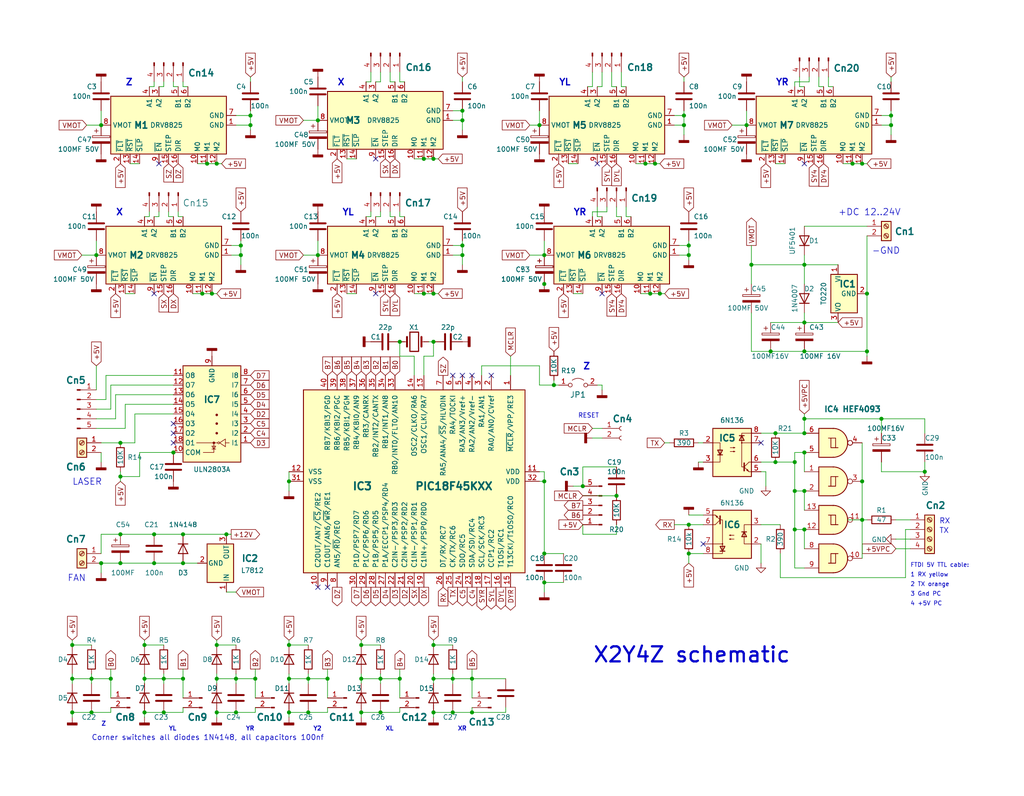
<source format=kicad_sch>
(kicad_sch (version 20211123) (generator eeschema)
  (paper "User" 270.002 210.007)
  (title_block (title "X2Y4Z") (date "2021-03-14") (rev "99") (company "MCT Ganseman BVBA") (comment 1 "Designer Ganseman José"))
  (lib_symbols
    (symbol "4xxx:HEF4093B" (pin_names (offset 1.016))
      (property "Reference" "U" (at 0 1.27 0))
      (property "Value" "HEF4093B" (at 0 -1.27 0))
      (symbol "HEF4093B_1_1"
        (pin input line (at -7.62 2.54 0) (length 3.81) (name "~") (number "1"))
        (pin input line (at -7.62 -2.54 0) (length 3.81) (name "~") (number "2"))
        (pin output inverted (at 7.62 0 180) (length 3.81) (name "~") (number "3"))
      )
      (symbol "HEF4093B_1_2"
        (pin input inverted (at -7.62 2.54 0) (length 4.318) (name "~") (number "1"))
        (pin input inverted (at -7.62 -2.54 0) (length 4.318) (name "~") (number "2"))
        (pin output line (at 7.62 0 180) (length 3.81) (name "~") (number "3"))
      )
      (symbol "HEF4093B_2_1"
        (pin output inverted (at 7.62 0 180) (length 3.81) (name "~") (number "4"))
        (pin input line (at -7.62 2.54 0) (length 3.81) (name "~") (number "5"))
        (pin input line (at -7.62 -2.54 0) (length 3.81) (name "~") (number "6"))
      )
      (symbol "HEF4093B_2_2"
        (pin output line (at 7.62 0 180) (length 3.81) (name "~") (number "4"))
        (pin input inverted (at -7.62 2.54 0) (length 4.318) (name "~") (number "5"))
        (pin input inverted (at -7.62 -2.54 0) (length 4.318) (name "~") (number "6"))
      )
      (symbol "HEF4093B_3_1"
        (pin output inverted (at 7.62 0 180) (length 3.81) (name "~") (number "10"))
        (pin input line (at -7.62 2.54 0) (length 3.81) (name "~") (number "8"))
        (pin input line (at -7.62 -2.54 0) (length 3.81) (name "~") (number "9"))
      )
      (symbol "HEF4093B_3_2"
        (pin output line (at 7.62 0 180) (length 3.81) (name "~") (number "10"))
        (pin input inverted (at -7.62 2.54 0) (length 4.318) (name "~") (number "8"))
        (pin input inverted (at -7.62 -2.54 0) (length 4.318) (name "~") (number "9"))
      )
      (symbol "HEF4093B_4_1"
        (pin output inverted (at 7.62 0 180) (length 3.81) (name "~") (number "11"))
        (pin input line (at -7.62 2.54 0) (length 3.81) (name "~") (number "12"))
        (pin input line (at -7.62 -2.54 0) (length 3.81) (name "~") (number "13"))
      )
      (symbol "HEF4093B_4_2"
        (pin output line (at 7.62 0 180) (length 3.81) (name "~") (number "11"))
        (pin input inverted (at -7.62 2.54 0) (length 4.318) (name "~") (number "12"))
        (pin input inverted (at -7.62 -2.54 0) (length 4.318) (name "~") (number "13"))
      )
      (symbol "HEF4093B_5_0"
        (pin power_in line (at 0 12.7 270) (length 5.08) (name "VCC") (number "14"))
        (pin power_in line (at 0 -12.7 90) (length 5.08) (name "GND") (number "7"))
      )
    )
    (symbol "Connector:Conn_01x02_Female" (pin_names (offset 1.016) hide)
      (property "Reference" "J" (at 0 2.54 0))
      (property "Value" "Conn_01x02_Female" (at 0 -5.08 0))
      (symbol "Conn_01x02_Female_1_1"
        (pin passive line (at -5.08 0 0) (length 3.81) (name "Pin_1") (number "1"))
        (pin passive line (at -5.08 -2.54 0) (length 3.81) (name "Pin_2") (number "2"))
      )
    )
    (symbol "Connector:Conn_01x02_Male" (pin_names (offset 1.016) hide)
      (property "Reference" "J" (at 0 2.54 0))
      (property "Value" "Conn_01x02_Male" (at 0 -5.08 0))
      (symbol "Conn_01x02_Male_1_1"
        (pin passive line (at 5.08 0 180) (length 3.81) (name "Pin_1") (number "1"))
        (pin passive line (at 5.08 -2.54 180) (length 3.81) (name "Pin_2") (number "2"))
      )
    )
    (symbol "Connector:Conn_01x04_Male" (pin_names (offset 1.016) hide)
      (property "Reference" "J" (at 0 5.08 0))
      (property "Value" "Conn_01x04_Male" (at 0 -7.62 0))
      (symbol "Conn_01x04_Male_1_1"
        (pin passive line (at 5.08 2.54 180) (length 3.81) (name "Pin_1") (number "1"))
        (pin passive line (at 5.08 0 180) (length 3.81) (name "Pin_2") (number "2"))
        (pin passive line (at 5.08 -2.54 180) (length 3.81) (name "Pin_3") (number "3"))
        (pin passive line (at 5.08 -5.08 180) (length 3.81) (name "Pin_4") (number "4"))
      )
    )
    (symbol "Connector:Conn_01x05_Male" (pin_names (offset 1.016) hide)
      (property "Reference" "J" (at 0 7.62 0))
      (property "Value" "Conn_01x05_Male" (at 0 -7.62 0))
      (symbol "Conn_01x05_Male_1_1"
        (pin passive line (at 5.08 5.08 180) (length 3.81) (name "Pin_1") (number "1"))
        (pin passive line (at 5.08 2.54 180) (length 3.81) (name "Pin_2") (number "2"))
        (pin passive line (at 5.08 0 180) (length 3.81) (name "Pin_3") (number "3"))
        (pin passive line (at 5.08 -2.54 180) (length 3.81) (name "Pin_4") (number "4"))
        (pin passive line (at 5.08 -5.08 180) (length 3.81) (name "Pin_5") (number "5"))
      )
    )
    (symbol "Connector:Screw_Terminal_01x02" (pin_names (offset 1.016) hide)
      (property "Reference" "J" (at 0 2.54 0))
      (property "Value" "Screw_Terminal_01x02" (at 0 -5.08 0))
      (symbol "Screw_Terminal_01x02_1_1"
        (pin passive line (at -5.08 0 0) (length 3.81) (name "Pin_1") (number "1"))
        (pin passive line (at -5.08 -2.54 0) (length 3.81) (name "Pin_2") (number "2"))
      )
    )
    (symbol "Connector:Screw_Terminal_01x04" (pin_names (offset 1.016) hide)
      (property "Reference" "J" (at 0 5.08 0))
      (property "Value" "Screw_Terminal_01x04" (at 0 -7.62 0))
      (symbol "Screw_Terminal_01x04_1_1"
        (pin passive line (at -5.08 2.54 0) (length 3.81) (name "Pin_1") (number "1"))
        (pin passive line (at -5.08 0 0) (length 3.81) (name "Pin_2") (number "2"))
        (pin passive line (at -5.08 -2.54 0) (length 3.81) (name "Pin_3") (number "3"))
        (pin passive line (at -5.08 -5.08 0) (length 3.81) (name "Pin_4") (number "4"))
      )
    )
    (symbol "Device:C" (pin_numbers hide) (pin_names (offset 0.254))
      (property "Reference" "C" (at 0.635 2.54 0))
      (property "Value" "C" (at 0.635 -2.54 0))
      (symbol "C_1_1"
        (pin passive line (at 0 3.81 270) (length 2.794) (name "~") (number "1"))
        (pin passive line (at 0 -3.81 90) (length 2.794) (name "~") (number "2"))
      )
    )
    (symbol "Device:CP" (pin_numbers hide) (pin_names (offset 0.254))
      (property "Reference" "C" (at 0.635 2.54 0))
      (property "Value" "Device_CP" (at 0.635 -2.54 0))
      (symbol "CP_1_1"
        (pin passive line (at 0 3.81 270) (length 2.794) (name "~") (number "1"))
        (pin passive line (at 0 -3.81 90) (length 2.794) (name "~") (number "2"))
      )
    )
    (symbol "Device:Crystal" (pin_numbers hide) (pin_names (offset 1.016) hide)
      (property "Reference" "Y" (at 0 3.81 0))
      (property "Value" "Crystal" (at 0 -3.81 0))
      (symbol "Crystal_1_1"
        (pin passive line (at -3.81 0 0) (length 1.27) (name "1") (number "1"))
        (pin passive line (at 3.81 0 180) (length 1.27) (name "2") (number "2"))
      )
    )
    (symbol "Device:R" (pin_numbers hide) (pin_names (offset 0))
      (property "Reference" "R" (at 2.032 0 90))
      (property "Value" "R" (at 0 0 90))
      (symbol "R_1_1"
        (pin passive line (at 0 3.81 270) (length 1.27) (name "~") (number "1"))
        (pin passive line (at 0 -3.81 90) (length 1.27) (name "~") (number "2"))
      )
    )
    (symbol "Diode:1N4007" (pin_numbers hide) (pin_names (offset 1.016) hide)
      (property "Reference" "D" (at 0 2.54 0))
      (property "Value" "1N4007" (at 0 -2.54 0))
      (symbol "1N4007_1_1"
        (pin passive line (at -3.81 0 0) (length 2.54) (name "K") (number "1"))
        (pin passive line (at 3.81 0 180) (length 2.54) (name "A") (number "2"))
      )
    )
    (symbol "Diode:1N4148" (pin_numbers hide) (pin_names (offset 1.016) hide)
      (property "Reference" "D" (at 0 2.54 0))
      (property "Value" "1N4148" (at 0 -2.54 0))
      (symbol "1N4148_1_1"
        (pin passive line (at -3.81 0 0) (length 2.54) (name "K") (number "1"))
        (pin passive line (at 3.81 0 180) (length 2.54) (name "A") (number "2"))
      )
    )
    (symbol "Driver_Motor:Pololu_Breakout_DRV8825"
      (property "Reference" "A" (at -2.54 16.51 0))
      (property "Value" "Pololu_Breakout_DRV8825" (at -2.54 13.97 0))
      (symbol "Pololu_Breakout_DRV8825_1_1"
        (pin power_in line (at 0 -20.32 90) (length 2.54) (name "GND") (number "1"))
        (pin input line (at -10.16 -10.16 0) (length 2.54) (name "M0") (number "10"))
        (pin input line (at -10.16 -12.7 0) (length 2.54) (name "M1") (number "11"))
        (pin input line (at -10.16 -15.24 0) (length 2.54) (name "M2") (number "12"))
        (pin input line (at -10.16 7.62 0) (length 2.54) (name "~{RST}") (number "13"))
        (pin input line (at -10.16 5.08 0) (length 2.54) (name "~{SLP}") (number "14"))
        (pin input line (at -10.16 -2.54 0) (length 2.54) (name "STEP") (number "15"))
        (pin input line (at -10.16 -5.08 0) (length 2.54) (name "DIR") (number "16"))
        (pin output line (at -10.16 10.16 0) (length 2.54) (name "~{FLT}") (number "2"))
        (pin output line (at 10.16 0 180) (length 2.54) (name "A2") (number "3"))
        (pin output line (at 10.16 2.54 180) (length 2.54) (name "A1") (number "4"))
        (pin output line (at 10.16 -5.08 180) (length 2.54) (name "B1") (number "5"))
        (pin output line (at 10.16 -7.62 180) (length 2.54) (name "B2") (number "6"))
        (pin power_in line (at 2.54 -20.32 90) (length 2.54) (name "GND") (number "7"))
        (pin power_in line (at 0 15.24 270) (length 2.54) (name "VMOT") (number "8"))
        (pin input line (at -10.16 0 0) (length 2.54) (name "~{EN}") (number "9"))
      )
    )
    (symbol "Isolator:6N136" (pin_names (offset 1.016))
      (property "Reference" "U" (at -5.08 7.62 0))
      (property "Value" "6N136" (at 0 7.62 0))
      (symbol "6N136_1_1"
        (pin no_connect line (at -5.08 5.08 0) (length 2.54) hide (name "NC") (number "1"))
        (pin passive line (at -7.62 2.54 0) (length 2.54) (name "~") (number "2"))
        (pin passive line (at -7.62 -2.54 0) (length 2.54) (name "~") (number "3"))
        (pin no_connect line (at -5.08 -5.08 0) (length 2.54) hide (name "NC") (number "4"))
        (pin passive line (at 7.62 -5.08 180) (length 2.54) (name "~") (number "5"))
        (pin passive line (at 7.62 -2.54 180) (length 2.54) (name "~") (number "6"))
        (pin passive line (at 7.62 2.54 180) (length 2.54) (name "~") (number "7"))
        (pin passive line (at 7.62 5.08 180) (length 2.54) (name "~") (number "8"))
      )
    )
    (symbol "Jumper:Jumper_2_Open" (pin_names (offset 0) hide)
      (property "Reference" "JP" (at 0 2.794 0))
      (property "Value" "Jumper_2_Open" (at 0 -2.286 0))
      (symbol "Jumper_2_Open_1_1"
        (pin passive line (at -5.08 0 0) (length 2.54) (name "A") (number "1"))
        (pin passive line (at 5.08 0 180) (length 2.54) (name "B") (number "2"))
      )
    )
    (symbol "MCU_Microchip_PIC18:PIC18LF4480-IP" (pin_names (offset 1.27))
      (property "Reference" "U" (at -22.86 30.48 0))
      (property "Value" "PIC18LF4480-IP" (at 15.24 -30.48 0))
      (symbol "PIC18LF4480-IP_1_1"
        (pin input line (at -27.94 25.4 0) (length 3.81) (name "~{MCLR}/VPP/RE3") (number "1"))
        (pin bidirectional line (at 27.94 -25.4 180) (length 3.81) (name "C2OUT/AN7/~{CS}/RE2") (number "10"))
        (pin power_in line (at -2.54 33.02 270) (length 3.81) (name "VDD") (number "11"))
        (pin power_in line (at -2.54 -33.02 90) (length 3.81) (name "VSS") (number "12"))
        (pin input line (at -27.94 2.54 0) (length 3.81) (name "OSC1/CLKI/RA7") (number "13"))
        (pin output line (at -27.94 0 0) (length 3.81) (name "OSC2/CLKO/RA6") (number "14"))
        (pin bidirectional line (at 27.94 25.4 180) (length 3.81) (name "T13CKI/T1OSO/RC0") (number "15"))
        (pin bidirectional line (at 27.94 22.86 180) (length 3.81) (name "T1OSI/RC1") (number "16"))
        (pin bidirectional line (at 27.94 20.32 180) (length 3.81) (name "CCP1/RC2") (number "17"))
        (pin bidirectional line (at 27.94 17.78 180) (length 3.81) (name "SCL/SCK/RC3") (number "18"))
        (pin bidirectional line (at 27.94 2.54 180) (length 3.81) (name "C1IN+/PSP0/RD0") (number "19"))
        (pin bidirectional line (at -27.94 20.32 0) (length 3.81) (name "RA0/AN0/CVref") (number "2"))
        (pin bidirectional line (at 27.94 0 180) (length 3.81) (name "C1IN-/PSP1/RD1") (number "20"))
        (pin bidirectional line (at 27.94 -2.54 180) (length 3.81) (name "C2IN+/PSP2/RD2") (number "21"))
        (pin bidirectional line (at 27.94 -5.08 180) (length 3.81) (name "C2IN-/PSP3/RD3") (number "22"))
        (pin bidirectional line (at 27.94 15.24 180) (length 3.81) (name "SDA/SDI/RC4") (number "23"))
        (pin bidirectional line (at 27.94 12.7 180) (length 3.81) (name "SDO/RC5") (number "24"))
        (pin bidirectional line (at 27.94 10.16 180) (length 3.81) (name "CK/TX/RC6") (number "25"))
        (pin bidirectional line (at 27.94 7.62 180) (length 3.81) (name "DT/RX/RC7") (number "26"))
        (pin bidirectional line (at 27.94 -7.62 180) (length 3.81) (name "P1A/ECCP1/PSP4/RD4") (number "27"))
        (pin bidirectional line (at 27.94 -10.16 180) (length 3.81) (name "P1B/PSP5/RD5") (number "28"))
        (pin bidirectional line (at 27.94 -12.7 180) (length 3.81) (name "P1C/PSP6/RD6") (number "29"))
        (pin bidirectional line (at -27.94 17.78 0) (length 3.81) (name "RA1/AN1") (number "3"))
        (pin bidirectional line (at 27.94 -15.24 180) (length 3.81) (name "P1D/PSP7/RD7") (number "30"))
        (pin power_in line (at 0 -33.02 90) (length 3.81) (name "VSS") (number "31"))
        (pin power_in line (at 0 33.02 270) (length 3.81) (name "VDD") (number "32"))
        (pin bidirectional line (at -27.94 -5.08 0) (length 3.81) (name "RB0/INT0/FLT0/AN10") (number "33"))
        (pin bidirectional line (at -27.94 -7.62 0) (length 3.81) (name "RB1/INT1/AN8") (number "34"))
        (pin bidirectional line (at -27.94 -10.16 0) (length 3.81) (name "RB2/INT2/CANTX") (number "35"))
        (pin bidirectional line (at -27.94 -12.7 0) (length 3.81) (name "RB3/CANRX") (number "36"))
        (pin bidirectional line (at -27.94 -15.24 0) (length 3.81) (name "RB4/KBI0/AN9") (number "37"))
        (pin bidirectional line (at -27.94 -17.78 0) (length 3.81) (name "RB5/KBI1/PGM") (number "38"))
        (pin bidirectional line (at -27.94 -20.32 0) (length 3.81) (name "RB6/KBI2/PGC") (number "39"))
        (pin bidirectional line (at -27.94 15.24 0) (length 3.81) (name "RA2/AN2/Vref-") (number "4"))
        (pin bidirectional line (at -27.94 -22.86 0) (length 3.81) (name "RB7/KBI3/PGD") (number "40"))
        (pin bidirectional line (at -27.94 12.7 0) (length 3.81) (name "RA3/AN3/Vref+") (number "5"))
        (pin bidirectional line (at -27.94 10.16 0) (length 3.81) (name "RA4/TOCKI") (number "6"))
        (pin bidirectional line (at -27.94 7.62 0) (length 3.81) (name "RA5/ANA4/~{SS}/HLVDIN") (number "7"))
        (pin bidirectional line (at 27.94 -20.32 180) (length 3.81) (name "AN5/~{RD}/RE0") (number "8"))
        (pin bidirectional line (at 27.94 -22.86 180) (length 3.81) (name "C1OUT/AN6/~{WR}/RE1") (number "9"))
      )
    )
    (symbol "Regulator_Linear:L7812" (pin_names (offset 0.254))
      (property "Reference" "U" (at -3.81 3.175 0))
      (property "Value" "L7812" (at 0 3.175 0))
      (symbol "L7812_1_1"
        (pin power_in line (at -7.62 0 0) (length 2.54) (name "IN") (number "1"))
        (pin power_in line (at 0 -7.62 90) (length 2.54) (name "GND") (number "2"))
        (pin power_out line (at 7.62 0 180) (length 2.54) (name "OUT") (number "3"))
      )
    )
    (symbol "Regulator_Linear:LM7805_TO220" (pin_names (offset 0.254))
      (property "Reference" "U" (at -3.81 3.175 0))
      (property "Value" "LM7805_TO220" (at 0 3.175 0))
      (symbol "LM7805_TO220_1_1"
        (pin power_in line (at -7.62 0 0) (length 2.54) (name "VI") (number "1"))
        (pin power_in line (at 0 -7.62 90) (length 2.54) (name "GND") (number "2"))
        (pin power_out line (at 7.62 0 180) (length 2.54) (name "VO") (number "3"))
      )
    )
    (symbol "Transistor_Array:ULN2803A"
      (property "Reference" "U" (at 0 13.335 0))
      (property "Value" "ULN2803A" (at 0 11.43 0))
      (symbol "ULN2803A_1_1"
        (pin input line (at -10.16 5.08 0) (length 2.54) (name "I1") (number "1"))
        (pin passive line (at 10.16 7.62 180) (length 2.54) (name "COM") (number "10"))
        (pin open_collector line (at 10.16 -12.7 180) (length 2.54) (name "O8") (number "11"))
        (pin open_collector line (at 10.16 -10.16 180) (length 2.54) (name "O7") (number "12"))
        (pin open_collector line (at 10.16 -7.62 180) (length 2.54) (name "O6") (number "13"))
        (pin open_collector line (at 10.16 -5.08 180) (length 2.54) (name "O5") (number "14"))
        (pin open_collector line (at 10.16 -2.54 180) (length 2.54) (name "O4") (number "15"))
        (pin open_collector line (at 10.16 0 180) (length 2.54) (name "O3") (number "16"))
        (pin open_collector line (at 10.16 2.54 180) (length 2.54) (name "O2") (number "17"))
        (pin open_collector line (at 10.16 5.08 180) (length 2.54) (name "O1") (number "18"))
        (pin input line (at -10.16 2.54 0) (length 2.54) (name "I2") (number "2"))
        (pin input line (at -10.16 0 0) (length 2.54) (name "I3") (number "3"))
        (pin input line (at -10.16 -2.54 0) (length 2.54) (name "I4") (number "4"))
        (pin input line (at -10.16 -5.08 0) (length 2.54) (name "I5") (number "5"))
        (pin input line (at -10.16 -7.62 0) (length 2.54) (name "I6") (number "6"))
        (pin input line (at -10.16 -10.16 0) (length 2.54) (name "I7") (number "7"))
        (pin input line (at -10.16 -12.7 0) (length 2.54) (name "I8") (number "8"))
        (pin power_in line (at 0 -17.78 90) (length 2.54) (name "GND") (number "9"))
      )
    )
    (symbol "power:GND" (power) (pin_names (offset 0))
      (property "Value" "GND" (at 0 -3.81 0))
      (symbol "GND_1_1"
        (pin power_in line (at 0 0 270) (length 0) hide (name "GND") (number "1"))
      )
    )
    (symbol "power:GNDD" (power) (pin_names (offset 0))
      (property "Value" "GNDD" (at 0 -3.175 0))
      (symbol "GNDD_1_1"
        (pin power_in line (at 0 0 270) (length 0) hide (name "GNDD") (number "1"))
      )
    )
  )
  (junction (at 114.3 187.96))
  (junction (at 114.3 170.18))
  (junction (at 232.41 110.49))
  (junction (at 198.12 69.85))
  (junction (at 53.34 77.47))
  (junction (at 143.51 74.93))
  (junction (at 203.2 92.71))
  (junction (at 209.55 121.92))
  (junction (at 143.51 67.31))
  (junction (at 26.67 148.59))
  (junction (at 81.28 187.96))
  (junction (at 57.15 170.18))
  (junction (at 95.25 187.96))
  (junction (at 196.85 33.02))
  (junction (at 227.33 137.16))
  (junction (at 124.46 179.07))
  (junction (at 181.61 146.05))
  (junction (at 212.09 85.09))
  (junction (at 62.23 187.96))
  (junction (at 83.82 67.31))
  (junction (at 142.24 33.02))
  (junction (at 100.33 187.96))
  (junction (at 146.05 101.6))
  (junction (at 19.05 179.07))
  (junction (at 119.38 187.96))
  (junction (at 48.26 179.07))
  (junction (at 81.28 179.07))
  (junction (at 38.1 170.18))
  (junction (at 121.92 31.75))
  (junction (at 224.79 43.18))
  (junction (at 31.75 148.59))
  (junction (at 95.25 179.07))
  (junction (at 29.21 179.07))
  (junction (at 171.45 77.47))
  (junction (at 181.61 67.31))
  (junction (at 121.92 67.31))
  (junction (at 55.88 77.47))
  (junction (at 114.3 179.07))
  (junction (at 48.26 148.59))
  (junction (at 181.61 138.43))
  (junction (at 59.69 140.97))
  (junction (at 95.25 170.18))
  (junction (at 63.5 67.31))
  (junction (at 209.55 139.7))
  (junction (at 114.3 41.91))
  (junction (at 19.05 170.18))
  (junction (at 172.72 43.18))
  (junction (at 40.64 140.97))
  (junction (at 38.1 187.96))
  (junction (at 153.67 128.27))
  (junction (at 100.33 179.07))
  (junction (at 105.41 90.17))
  (junction (at 45.72 119.38))
  (junction (at 212.09 129.54))
  (junction (at 143.51 146.05))
  (junction (at 234.95 30.48))
  (junction (at 76.2 179.07))
  (junction (at 212.09 119.38))
  (junction (at 57.15 179.07))
  (junction (at 121.92 64.77))
  (junction (at 212.09 114.3))
  (junction (at 124.46 187.96))
  (junction (at 204.47 121.92))
  (junction (at 43.18 179.07))
  (junction (at 43.18 187.96))
  (junction (at 143.51 153.67))
  (junction (at 243.84 124.46))
  (junction (at 25.4 67.31))
  (junction (at 181.61 64.77))
  (junction (at 180.34 30.48))
  (junction (at 228.6 77.47))
  (junction (at 40.64 148.59))
  (junction (at 24.13 179.07))
  (junction (at 24.13 187.96))
  (junction (at 19.05 187.96))
  (junction (at 31.75 116.84))
  (junction (at 121.92 29.21))
  (junction (at 76.2 127))
  (junction (at 212.09 92.71))
  (junction (at 48.26 140.97))
  (junction (at 62.23 179.07))
  (junction (at 57.15 43.18))
  (junction (at 76.2 187.96))
  (junction (at 234.95 33.02))
  (junction (at 204.47 114.3))
  (junction (at 66.04 33.02))
  (junction (at 83.82 31.75))
  (junction (at 227.33 43.18))
  (junction (at 31.75 125.73))
  (junction (at 114.3 77.47))
  (junction (at 57.15 187.96))
  (junction (at 212.09 139.7))
  (junction (at 54.61 43.18))
  (junction (at 38.1 179.07))
  (junction (at 105.41 179.07))
  (junction (at 63.5 64.77))
  (junction (at 111.76 41.91))
  (junction (at 228.6 92.71))
  (junction (at 143.51 127))
  (junction (at 76.2 170.18))
  (junction (at 66.04 30.48))
  (junction (at 111.76 77.47))
  (junction (at 119.38 179.07))
  (junction (at 209.55 129.54))
  (junction (at 26.67 33.02))
  (junction (at 162.56 130.81))
  (junction (at 173.99 77.47))
  (junction (at 31.75 140.97))
  (junction (at 212.09 110.49))
  (junction (at 170.18 43.18))
  (junction (at 86.36 179.07))
  (junction (at 114.3 90.17))
  (junction (at 227.33 127))
  (junction (at 180.34 33.02))
  (junction (at 67.31 179.07))
  (junction (at 212.09 69.85))
  (no_connect (at 99.06 77.47))
  (no_connect (at 99.06 41.91))
  (no_connect (at 40.64 77.47))
  (no_connect (at 129.54 99.06))
  (no_connect (at 158.75 77.47))
  (no_connect (at 41.91 43.18))
  (no_connect (at 119.38 99.06))
  (no_connect (at 157.48 43.18))
  (no_connect (at 212.09 43.18))
  (no_connect (at 124.46 99.06))
  (no_connect (at 45.72 111.76))
  (no_connect (at 45.72 114.3))
  (no_connect (at 45.72 116.84))
  (no_connect (at 86.36 154.94))
  (no_connect (at 83.82 154.94))
  (no_connect (at 121.92 99.06))
  (no_connect (at 200.66 116.84))
  (no_connect (at 185.42 143.51))
  (wire (pts (xy 198.12 69.85) (xy 212.09 69.85)))
  (wire (pts (xy 105.41 186.69) (xy 105.41 187.96)))
  (wire (pts (xy 38.1 179.07) (xy 38.1 180.34)))
  (wire (pts (xy 163.83 57.15) (xy 162.56 57.15)))
  (wire (pts (xy 55.88 77.47) (xy 57.15 77.47)))
  (wire (pts (xy 95.25 179.07) (xy 95.25 180.34)))
  (wire (pts (xy 100.33 179.07) (xy 100.33 180.34)))
  (wire (pts (xy 31.75 140.97) (xy 40.64 140.97)))
  (wire (pts (xy 161.29 19.05) (xy 161.29 22.86)))
  (wire (pts (xy 212.09 149.86) (xy 209.55 149.86)))
  (wire (pts (xy 234.95 30.48) (xy 234.95 33.02)))
  (wire (pts (xy 24.13 177.8) (xy 24.13 179.07)))
  (wire (pts (xy 76.2 170.18) (xy 81.28 170.18)))
  (wire (pts (xy 133.35 187.96) (xy 133.35 186.69)))
  (wire (pts (xy 27.94 105.41) (xy 27.94 99.06)))
  (wire (pts (xy 54.61 43.18) (xy 57.15 43.18)))
  (wire (pts (xy 209.55 139.7) (xy 209.55 129.54)))
  (wire (pts (xy 171.45 77.47) (xy 173.99 77.47)))
  (wire (pts (xy 156.21 113.03) (xy 158.75 113.03)))
  (wire (pts (xy 19.05 187.96) (xy 19.05 189.23)))
  (wire (pts (xy 156.21 22.86) (xy 154.94 22.86)))
  (wire (pts (xy 109.22 41.91) (xy 111.76 41.91)))
  (wire (pts (xy 209.55 119.38) (xy 212.09 119.38)))
  (wire (pts (xy 76.2 187.96) (xy 76.2 189.23)))
  (wire (pts (xy 212.09 110.49) (xy 232.41 110.49)))
  (wire (pts (xy 200.66 114.3) (xy 204.47 114.3)))
  (wire (pts (xy 157.48 54.61) (xy 157.48 57.15)))
  (wire (pts (xy 179.07 64.77) (xy 181.61 64.77)))
  (wire (pts (xy 31.75 116.84) (xy 35.56 116.84)))
  (wire (pts (xy 26.67 148.59) (xy 26.67 151.13)))
  (wire (pts (xy 209.55 129.54) (xy 212.09 129.54)))
  (wire (pts (xy 148.59 146.05) (xy 143.51 146.05)))
  (wire (pts (xy 57.15 168.91) (xy 57.15 170.18)))
  (wire (pts (xy 76.2 177.8) (xy 76.2 179.07)))
  (wire (pts (xy 86.36 187.96) (xy 81.28 187.96)))
  (wire (pts (xy 40.64 148.59) (xy 48.26 148.59)))
  (wire (pts (xy 170.18 43.18) (xy 172.72 43.18)))
  (wire (pts (xy 43.18 22.86) (xy 41.91 22.86)))
  (wire (pts (xy 218.44 20.32) (xy 218.44 22.86)))
  (wire (pts (xy 83.82 63.5) (xy 83.82 67.31)))
  (wire (pts (xy 66.04 33.02) (xy 66.04 34.29)))
  (wire (pts (xy 167.64 43.18) (xy 170.18 43.18)))
  (wire (pts (xy 146.05 100.33) (xy 146.05 101.6)))
  (wire (pts (xy 212.09 110.49) (xy 212.09 114.3)))
  (wire (pts (xy 177.8 138.43) (xy 181.61 138.43)))
  (wire (pts (xy 45.72 57.15) (xy 44.45 57.15)))
  (wire (pts (xy 52.07 43.18) (xy 54.61 43.18)))
  (wire (pts (xy 210.82 22.86) (xy 212.09 22.86)))
  (wire (pts (xy 59.69 140.97) (xy 60.96 140.97)))
  (wire (pts (xy 62.23 30.48) (xy 66.04 30.48)))
  (wire (pts (xy 48.26 22.86) (xy 49.53 22.86)))
  (wire (pts (xy 153.67 138.43) (xy 153.67 140.97)))
  (wire (pts (xy 142.24 101.6) (xy 146.05 101.6)))
  (wire (pts (xy 66.04 30.48) (xy 66.04 33.02)))
  (wire (pts (xy 93.98 77.47) (xy 91.44 77.47)))
  (wire (pts (xy 105.41 21.59) (xy 106.68 21.59)))
  (wire (pts (xy 111.76 41.91) (xy 114.3 41.91)))
  (wire (pts (xy 104.14 57.15) (xy 102.87 57.15)))
  (wire (pts (xy 180.34 29.21) (xy 180.34 30.48)))
  (wire (pts (xy 142.24 101.6) (xy 142.24 96.52)))
  (wire (pts (xy 232.41 121.92) (xy 232.41 124.46)))
  (wire (pts (xy 218.44 22.86) (xy 219.71 22.86)))
  (wire (pts (xy 234.95 33.02) (xy 234.95 35.56)))
  (wire (pts (xy 67.31 176.53) (xy 67.31 179.07)))
  (wire (pts (xy 35.56 109.22) (xy 45.72 109.22)))
  (wire (pts (xy 181.61 63.5) (xy 181.61 64.77)))
  (wire (pts (xy 236.22 142.24) (xy 240.03 142.24)))
  (wire (pts (xy 26.67 119.38) (xy 26.67 121.92)))
  (wire (pts (xy 200.66 121.92) (xy 204.47 121.92)))
  (wire (pts (xy 97.79 57.15) (xy 96.52 57.15)))
  (wire (pts (xy 224.79 43.18) (xy 227.33 43.18)))
  (wire (pts (xy 143.51 124.46) (xy 142.24 124.46)))
  (wire (pts (xy 25.4 110.49) (xy 30.48 110.49)))
  (wire (pts (xy 29.21 187.96) (xy 24.13 187.96)))
  (wire (pts (xy 81.28 177.8) (xy 81.28 179.07)))
  (wire (pts (xy 114.3 77.47) (xy 115.57 77.47)))
  (wire (pts (xy 62.23 179.07) (xy 67.31 179.07)))
  (wire (pts (xy 81.28 179.07) (xy 81.28 180.34)))
  (wire (pts (xy 81.28 179.07) (xy 86.36 179.07)))
  (wire (pts (xy 227.33 137.16) (xy 228.6 137.16)))
  (wire (pts (xy 227.33 116.84) (xy 227.33 127)))
  (wire (pts (xy 212.09 59.69) (xy 228.6 59.69)))
  (wire (pts (xy 45.72 119.38) (xy 36.83 119.38)))
  (wire (pts (xy 40.64 140.97) (xy 48.26 140.97)))
  (wire (pts (xy 175.26 116.84) (xy 176.53 116.84)))
  (wire (pts (xy 19.05 177.8) (xy 19.05 179.07)))
  (wire (pts (xy 35.56 116.84) (xy 35.56 109.22)))
  (wire (pts (xy 57.15 179.07) (xy 57.15 180.34)))
  (wire (pts (xy 181.61 64.77) (xy 181.61 67.31)))
  (wire (pts (xy 181.61 148.59) (xy 181.61 146.05)))
  (wire (pts (xy 114.3 179.07) (xy 114.3 180.34)))
  (wire (pts (xy 22.86 33.02) (xy 26.67 33.02)))
  (wire (pts (xy 41.91 57.15) (xy 40.64 57.15)))
  (wire (pts (xy 124.46 179.07) (xy 133.35 179.07)))
  (wire (pts (xy 205.74 146.05) (xy 205.74 152.4)))
  (wire (pts (xy 139.7 67.31) (xy 143.51 67.31)))
  (wire (pts (xy 63.5 64.77) (xy 63.5 67.31)))
  (wire (pts (xy 43.18 179.07) (xy 48.26 179.07)))
  (wire (pts (xy 109.22 77.47) (xy 111.76 77.47)))
  (wire (pts (xy 213.36 21.59) (xy 213.36 20.32)))
  (wire (pts (xy 119.38 179.07) (xy 124.46 179.07)))
  (wire (pts (xy 198.12 82.55) (xy 198.12 92.71)))
  (wire (pts (xy 93.98 41.91) (xy 91.44 41.91)))
  (wire (pts (xy 105.41 55.88) (xy 105.41 57.15)))
  (wire (pts (xy 76.2 179.07) (xy 76.2 180.34)))
  (wire (pts (xy 38.1 179.07) (xy 43.18 179.07)))
  (wire (pts (xy 179.07 67.31) (xy 181.61 67.31)))
  (wire (pts (xy 100.33 57.15) (xy 99.06 57.15)))
  (wire (pts (xy 76.2 124.46) (xy 76.2 127)))
  (wire (pts (xy 19.05 187.96) (xy 24.13 187.96)))
  (wire (pts (xy 63.5 67.31) (xy 63.5 69.85)))
  (wire (pts (xy 180.34 20.32) (xy 180.34 21.59)))
  (wire (pts (xy 139.7 33.02) (xy 142.24 33.02)))
  (wire (pts (xy 57.15 43.18) (xy 58.42 43.18)))
  (wire (pts (xy 57.15 177.8) (xy 57.15 179.07)))
  (wire (pts (xy 62.23 33.02) (xy 66.04 33.02)))
  (wire (pts (xy 105.41 187.96) (xy 100.33 187.96)))
  (wire (pts (xy 209.55 149.86) (xy 209.55 139.7)))
  (wire (pts (xy 66.04 29.21) (xy 66.04 30.48)))
  (wire (pts (xy 156.21 19.05) (xy 156.21 22.86)))
  (wire (pts (xy 95.25 187.96) (xy 95.25 189.23)))
  (wire (pts (xy 80.01 31.75) (xy 83.82 31.75)))
  (wire (pts (xy 143.51 156.21) (xy 143.51 153.67)))
  (wire (pts (xy 29.21 176.53) (xy 29.21 179.07)))
  (wire (pts (xy 57.15 179.07) (xy 62.23 179.07)))
  (wire (pts (xy 50.8 77.47) (xy 53.34 77.47)))
  (wire (pts (xy 111.76 77.47) (xy 114.3 77.47)))
  (wire (pts (xy 165.1 57.15) (xy 166.37 57.15)))
  (wire (pts (xy 209.55 139.7) (xy 212.09 139.7)))
  (wire (pts (xy 209.55 21.59) (xy 209.55 22.86)))
  (wire (pts (xy 198.12 69.85) (xy 198.12 74.93)))
  (wire (pts (xy 157.48 57.15) (xy 158.75 57.15)))
  (wire (pts (xy 127 96.52) (xy 142.24 96.52)))
  (wire (pts (xy 146.05 101.6) (xy 147.32 101.6)))
  (wire (pts (xy 210.82 20.32) (xy 210.82 22.86)))
  (wire (pts (xy 30.48 110.49) (xy 30.48 104.14)))
  (wire (pts (xy 238.76 139.7) (xy 238.76 152.4)))
  (wire (pts (xy 143.51 127) (xy 142.24 127)))
  (wire (pts (xy 25.4 107.95) (xy 29.21 107.95)))
  (wire (pts (xy 232.41 30.48) (xy 234.95 30.48)))
  (wire (pts (xy 80.01 67.31) (xy 83.82 67.31)))
  (wire (pts (xy 24.13 179.07) (xy 24.13 180.34)))
  (wire (pts (xy 40.64 21.59) (xy 40.64 22.86)))
  (wire (pts (xy 31.75 127) (xy 31.75 125.73)))
  (wire (pts (xy 104.14 21.59) (xy 102.87 21.59)))
  (wire (pts (xy 168.91 77.47) (xy 171.45 77.47)))
  (wire (pts (xy 177.8 30.48) (xy 180.34 30.48)))
  (wire (pts (xy 200.66 138.43) (xy 205.74 138.43)))
  (wire (pts (xy 48.26 187.96) (xy 43.18 187.96)))
  (wire (pts (xy 105.41 93.98) (xy 109.22 93.98)))
  (wire (pts (xy 227.33 137.16) (xy 227.33 147.32)))
  (wire (pts (xy 46.99 57.15) (xy 48.26 57.15)))
  (wire (pts (xy 200.66 143.51) (xy 200.66 148.59)))
  (wire (pts (xy 228.6 62.23) (xy 228.6 77.47)))
  (wire (pts (xy 177.8 33.02) (xy 180.34 33.02)))
  (wire (pts (xy 212.09 109.22) (xy 212.09 110.49)))
  (wire (pts (xy 204.47 114.3) (xy 212.09 114.3)))
  (wire (pts (xy 201.93 124.46) (xy 201.93 128.27)))
  (wire (pts (xy 33.02 113.03) (xy 33.02 106.68)))
  (wire (pts (xy 165.1 54.61) (xy 165.1 57.15)))
  (wire (pts (xy 114.3 187.96) (xy 114.3 189.23)))
  (wire (pts (xy 114.3 41.91) (xy 115.57 41.91)))
  (wire (pts (xy 114.3 168.91) (xy 114.3 170.18)))
  (wire (pts (xy 38.1 177.8) (xy 38.1 179.07)))
  (wire (pts (xy 156.21 115.57) (xy 158.75 115.57)))
  (wire (pts (xy 76.2 187.96) (xy 81.28 187.96)))
  (wire (pts (xy 102.87 19.05) (xy 102.87 21.59)))
  (wire (pts (xy 158.75 101.6) (xy 158.75 102.87)))
  (wire (pts (xy 24.13 179.07) (xy 29.21 179.07)))
  (wire (pts (xy 100.33 179.07) (xy 105.41 179.07)))
  (wire (pts (xy 173.99 43.18) (xy 172.72 43.18)))
  (wire (pts (xy 97.79 55.88) (xy 97.79 57.15)))
  (wire (pts (xy 26.67 29.21) (xy 26.67 33.02)))
  (wire (pts (xy 143.51 146.05) (xy 143.51 127)))
  (wire (pts (xy 111.76 93.98) (xy 114.3 93.98)))
  (wire (pts (xy 66.04 20.32) (xy 66.04 21.59)))
  (wire (pts (xy 111.76 93.98) (xy 111.76 99.06)))
  (wire (pts (xy 227.33 43.18) (xy 228.6 43.18)))
  (wire (pts (xy 180.34 33.02) (xy 180.34 35.56)))
  (wire (pts (xy 124.46 186.69) (xy 124.46 187.96)))
  (wire (pts (xy 35.56 77.47) (xy 33.02 77.47)))
  (wire (pts (xy 38.1 170.18) (xy 43.18 170.18)))
  (wire (pts (xy 153.67 130.81) (xy 162.56 130.81)))
  (wire (pts (xy 95.25 179.07) (xy 100.33 179.07)))
  (wire (pts (xy 236.22 137.16) (xy 240.03 137.16)))
  (wire (pts (xy 19.05 170.18) (xy 24.13 170.18)))
  (wire (pts (xy 31.75 125.73) (xy 31.75 124.46)))
  (wire (pts (xy 60.96 67.31) (xy 63.5 67.31)))
  (wire (pts (xy 105.41 93.98) (xy 105.41 90.17)))
  (wire (pts (xy 198.12 92.71) (xy 203.2 92.71)))
  (wire (pts (xy 203.2 85.09) (xy 212.09 85.09)))
  (wire (pts (xy 121.92 29.21) (xy 121.92 31.75)))
  (wire (pts (xy 95.25 187.96) (xy 100.33 187.96)))
  (wire (pts (xy 232.41 33.02) (xy 234.95 33.02)))
  (wire (pts (xy 46.99 22.86) (xy 45.72 22.86)))
  (wire (pts (xy 158.75 19.05) (xy 158.75 22.86)))
  (wire (pts (xy 228.6 92.71) (xy 228.6 93.98)))
  (wire (pts (xy 162.56 138.43) (xy 162.56 140.97)))
  (wire (pts (xy 209.55 21.59) (xy 213.36 21.59)))
  (wire (pts (xy 95.25 177.8) (xy 95.25 179.07)))
  (wire (pts (xy 121.92 21.59) (xy 121.92 20.32)))
  (wire (pts (xy 19.05 179.07) (xy 24.13 179.07)))
  (wire (pts (xy 153.67 123.19) (xy 162.56 123.19)))
  (wire (pts (xy 48.26 148.59) (xy 52.07 148.59)))
  (wire (pts (xy 153.67 128.27) (xy 153.67 123.19)))
  (wire (pts (xy 48.26 140.97) (xy 59.69 140.97)))
  (wire (pts (xy 48.26 186.69) (xy 48.26 187.96)))
  (wire (pts (xy 156.21 55.88) (xy 156.21 57.15)))
  (wire (pts (xy 95.25 170.18) (xy 100.33 170.18)))
  (wire (pts (xy 36.83 43.18) (xy 34.29 43.18)))
  (wire (pts (xy 105.41 179.07) (xy 105.41 184.15)))
  (wire (pts (xy 222.25 43.18) (xy 224.79 43.18)))
  (wire (pts (xy 29.21 186.69) (xy 29.21 187.96)))
  (wire (pts (xy 212.09 119.38) (xy 212.09 124.46)))
  (wire (pts (xy 29.21 179.07) (xy 29.21 184.15)))
  (wire (pts (xy 25.4 113.03) (xy 33.02 113.03)))
  (wire (pts (xy 41.91 55.88) (xy 41.91 57.15)))
  (wire (pts (xy 124.46 187.96) (xy 133.35 187.96)))
  (wire (pts (xy 162.56 22.86) (xy 161.29 22.86)))
  (wire (pts (xy 40.64 22.86) (xy 39.37 22.86)))
  (wire (pts (xy 234.95 29.21) (xy 234.95 30.48)))
  (wire (pts (xy 62.23 177.8) (xy 62.23 179.07)))
  (wire (pts (xy 196.85 29.21) (xy 196.85 33.02)))
  (wire (pts (xy 67.31 179.07) (xy 67.31 184.15)))
  (wire (pts (xy 173.99 77.47) (xy 175.26 77.47)))
  (wire (pts (xy 100.33 21.59) (xy 99.06 21.59)))
  (wire (pts (xy 43.18 177.8) (xy 43.18 179.07)))
  (wire (pts (xy 238.76 139.7) (xy 240.03 139.7)))
  (wire (pts (xy 36.83 125.73) (xy 31.75 125.73)))
  (wire (pts (xy 232.41 110.49) (xy 243.84 110.49)))
  (wire (pts (xy 181.61 135.89) (xy 185.42 135.89)))
  (wire (pts (xy 25.4 105.41) (xy 27.94 105.41)))
  (wire (pts (xy 105.41 19.05) (xy 105.41 21.59)))
  (wire (pts (xy 212.09 92.71) (xy 228.6 92.71)))
  (wire (pts (xy 184.15 116.84) (xy 185.42 116.84)))
  (wire (pts (xy 124.46 187.96) (xy 119.38 187.96)))
  (wire (pts (xy 67.31 187.96) (xy 62.23 187.96)))
  (wire (pts (xy 143.51 63.5) (xy 143.51 67.31)))
  (wire (pts (xy 163.83 22.86) (xy 165.1 22.86)))
  (wire (pts (xy 119.38 67.31) (xy 121.92 67.31)))
  (wire (pts (xy 48.26 176.53) (xy 48.26 179.07)))
  (wire (pts (xy 57.15 187.96) (xy 57.15 189.23)))
  (wire (pts (xy 148.59 153.67) (xy 143.51 153.67)))
  (wire (pts (xy 215.9 20.32) (xy 215.9 22.86)))
  (wire (pts (xy 198.12 64.77) (xy 198.12 69.85)))
  (wire (pts (xy 36.83 119.38) (xy 36.83 125.73)))
  (wire (pts (xy 57.15 187.96) (xy 62.23 187.96)))
  (wire (pts (xy 162.56 54.61) (xy 162.56 57.15)))
  (wire (pts (xy 227.33 127) (xy 227.33 137.16)))
  (wire (pts (xy 223.52 137.16) (xy 227.33 137.16)))
  (wire (pts (xy 212.09 74.93) (xy 212.09 69.85)))
  (wire (pts (xy 76.2 168.91) (xy 76.2 170.18)))
  (wire (pts (xy 38.1 187.96) (xy 43.18 187.96)))
  (wire (pts (xy 109.22 99.06) (xy 109.22 93.98)))
  (wire (pts (xy 143.51 127) (xy 143.51 124.46)))
  (wire (pts (xy 119.38 179.07) (xy 119.38 180.34)))
  (wire (pts (xy 160.02 55.88) (xy 156.21 55.88)))
  (wire (pts (xy 184.15 121.92) (xy 185.42 121.92)))
  (wire (pts (xy 59.69 156.21) (xy 62.23 156.21)))
  (wire (pts (xy 207.01 43.18) (xy 204.47 43.18)))
  (wire (pts (xy 119.38 177.8) (xy 119.38 179.07)))
  (wire (pts (xy 212.09 129.54) (xy 212.09 134.62)))
  (wire (pts (xy 114.3 170.18) (xy 119.38 170.18)))
  (wire (pts (xy 97.79 21.59) (xy 96.52 21.59)))
  (wire (pts (xy 193.04 33.02) (xy 196.85 33.02)))
  (wire (pts (xy 243.84 124.46) (xy 243.84 121.92)))
  (wire (pts (xy 86.36 179.07) (xy 86.36 184.15)))
  (wire (pts (xy 25.4 96.52) (xy 25.4 102.87)))
  (wire (pts (xy 142.24 29.21) (xy 142.24 33.02)))
  (wire (pts (xy 48.26 179.07) (xy 48.26 184.15)))
  (wire (pts (xy 209.55 121.92) (xy 209.55 119.38)))
  (wire (pts (xy 153.67 77.47) (xy 151.13 77.47)))
  (wire (pts (xy 76.2 179.07) (xy 81.28 179.07)))
  (wire (pts (xy 63.5 63.5) (xy 63.5 64.77)))
  (wire (pts (xy 205.74 152.4) (xy 238.76 152.4)))
  (wire (pts (xy 105.41 57.15) (xy 106.68 57.15)))
  (wire (pts (xy 67.31 186.69) (xy 67.31 187.96)))
  (wire (pts (xy 19.05 179.07) (xy 19.05 180.34)))
  (wire (pts (xy 220.98 85.09) (xy 212.09 85.09)))
  (wire (pts (xy 121.92 31.75) (xy 121.92 34.29)))
  (wire (pts (xy 57.15 170.18) (xy 62.23 170.18)))
  (wire (pts (xy 204.47 121.92) (xy 209.55 121.92)))
  (wire (pts (xy 119.38 29.21) (xy 121.92 29.21)))
  (wire (pts (xy 100.33 55.88) (xy 100.33 57.15)))
  (wire (pts (xy 29.21 107.95) (xy 29.21 101.6)))
  (wire (pts (xy 38.1 168.91) (xy 38.1 170.18)))
  (wire (pts (xy 157.48 101.6) (xy 158.75 101.6)))
  (wire (pts (xy 27.94 99.06) (xy 45.72 99.06)))
  (wire (pts (xy 217.17 22.86) (xy 215.9 22.86)))
  (wire (pts (xy 151.13 128.27) (xy 153.67 128.27)))
  (wire (pts (xy 127 99.06) (xy 127 96.52)))
  (wire (pts (xy 119.38 31.75) (xy 121.92 31.75)))
  (wire (pts (xy 203.2 92.71) (xy 212.09 92.71)))
  (wire (pts (xy 212.09 67.31) (xy 212.09 69.85)))
  (wire (pts (xy 33.02 106.68) (xy 45.72 106.68)))
  (wire (pts (xy 76.2 127) (xy 76.2 129.54)))
  (wire (pts (xy 31.75 148.59) (xy 26.67 148.59)))
  (wire (pts (xy 60.96 64.77) (xy 63.5 64.77)))
  (wire (pts (xy 234.95 21.59) (xy 234.95 20.32)))
  (wire (pts (xy 181.61 138.43) (xy 185.42 138.43)))
  (wire (pts (xy 102.87 55.88) (xy 102.87 57.15)))
  (wire (pts (xy 25.4 63.5) (xy 25.4 67.31)))
  (wire (pts (xy 228.6 92.71) (xy 228.6 77.47)))
  (wire (pts (xy 232.41 124.46) (xy 243.84 124.46)))
  (wire (pts (xy 200.66 124.46) (xy 201.93 124.46)))
  (wire (pts (xy 105.41 176.53) (xy 105.41 179.07)))
  (wire (pts (xy 100.33 19.05) (xy 100.33 21.59)))
  (wire (pts (xy 21.59 67.31) (xy 25.4 67.31)))
  (wire (pts (xy 124.46 179.07) (xy 124.46 184.15)))
  (wire (pts (xy 62.23 179.07) (xy 62.23 180.34)))
  (wire (pts (xy 100.33 177.8) (xy 100.33 179.07)))
  (wire (pts (xy 29.21 101.6) (xy 45.72 101.6)))
  (wire (pts (xy 243.84 110.49) (xy 243.84 114.3)))
  (wire (pts (xy 212.09 139.7) (xy 212.09 144.78)))
  (wire (pts (xy 114.3 179.07) (xy 119.38 179.07)))
  (wire (pts (xy 30.48 104.14) (xy 45.72 104.14)))
  (wire (pts (xy 160.02 54.61) (xy 160.02 55.88)))
  (wire (pts (xy 119.38 64.77) (xy 121.92 64.77)))
  (wire (pts (xy 46.99 55.88) (xy 46.99 57.15)))
  (wire (pts (xy 83.82 27.94) (xy 83.82 31.75)))
  (wire (pts (xy 86.36 176.53) (xy 86.36 179.07)))
  (wire (pts (xy 39.37 57.15) (xy 38.1 57.15)))
  (wire (pts (xy 19.05 168.91) (xy 19.05 170.18)))
  (wire (pts (xy 209.55 129.54) (xy 209.55 121.92)))
  (wire (pts (xy 95.25 168.91) (xy 95.25 170.18)))
  (wire (pts (xy 43.18 21.59) (xy 43.18 22.86)))
  (wire (pts (xy 43.18 179.07) (xy 43.18 180.34)))
  (wire (pts (xy 48.26 21.59) (xy 48.26 22.86)))
  (wire (pts (xy 121.92 64.77) (xy 121.92 67.31)))
  (wire (pts (xy 97.79 19.05) (xy 97.79 21.59)))
  (wire (pts (xy 181.61 67.31) (xy 181.61 68.58)))
  (wire (pts (xy 212.09 69.85) (xy 220.98 69.85)))
  (wire (pts (xy 163.83 19.05) (xy 163.83 22.86)))
  (wire (pts (xy 45.72 21.59) (xy 45.72 22.86)))
  (wire (pts (xy 113.03 90.17) (xy 114.3 90.17)))
  (wire (pts (xy 232.41 110.49) (xy 232.41 114.3)))
  (wire (pts (xy 114.3 187.96) (xy 119.38 187.96)))
  (wire (pts (xy 158.75 22.86) (xy 157.48 22.86)))
  (wire (pts (xy 134.62 93.98) (xy 134.62 99.06)))
  (wire (pts (xy 39.37 55.88) (xy 39.37 57.15)))
  (wire (pts (xy 31.75 148.59) (xy 40.64 148.59)))
  (wire (pts (xy 26.67 146.05) (xy 26.67 140.97)))
  (wire (pts (xy 114.3 177.8) (xy 114.3 179.07)))
  (wire (pts (xy 44.45 55.88) (xy 44.45 57.15)))
  (wire (pts (xy 236.22 144.78) (xy 240.03 144.78)))
  (wire (pts (xy 121.92 63.5) (xy 121.92 64.77)))
  (wire (pts (xy 53.34 77.47) (xy 55.88 77.47)))
  (wire (pts (xy 180.34 30.48) (xy 180.34 33.02)))
  (wire (pts (xy 153.67 140.97) (xy 162.56 140.97)))
  (wire (pts (xy 121.92 67.31) (xy 121.92 69.85)))
  (wire (pts (xy 181.61 146.05) (xy 185.42 146.05)))
  (wire (pts (xy 26.67 116.84) (xy 31.75 116.84)))
  (wire (pts (xy 86.36 186.69) (xy 86.36 187.96)))
  (wire (pts (xy 152.4 43.18) (xy 149.86 43.18)))
  (wire (pts (xy 38.1 187.96) (xy 38.1 189.23)))
  (wire (pts (xy 114.3 90.17) (xy 114.3 93.98)))
  (wire (pts (xy 26.67 140.97) (xy 31.75 140.97)))
  (wire (pts (xy 212.09 85.09) (xy 212.09 82.55)))
  (wire (pts (xy 124.46 176.53) (xy 124.46 179.07)))
  (text "YL" (at 44.45 193.04 0) (effects (font (size 1.1176 1.1176) (thickness 0.2235) bold) (justify left bottom)))
  (text "Corner switches all diodes 1N4148, all capacitors 100nf " (at 24.13 195.58 0) (effects (font (size 1.397 1.397)) (justify left bottom)))
  (text "3 Gnd PC" (at 240.03 157.48 0) (effects (font (size 1.0922 1.0922)) (justify left bottom)))
  (text "YR" (at 64.77 193.04 0) (effects (font (size 1.1176 1.1176) (thickness 0.2235) bold) (justify left bottom)))
  (text "1 RX yellow" (at 240.03 152.4 0) (effects (font (size 1.0922 1.0922)) (justify left bottom)))
  (text "YL" (at 147.32 22.86 0) (effects (font (size 1.7018 1.7018) (thickness 0.3404) bold) (justify left bottom)))
  (text "RX" (at 247.65 138.43 0) (effects (font (size 1.397 1.397)) (justify left bottom)))
  (text "XR" (at 120.65 193.04 0) (effects (font (size 1.1176 1.1176) (thickness 0.2235) bold) (justify left bottom)))
  (text "FTDI 5V TTL cable:" (at 240.03 149.86 0) (effects (font (size 1.0922 1.0922)) (justify left bottom)))
  (text "X" (at 88.9 22.86 0) (effects (font (size 1.7018 1.7018) (thickness 0.3404) bold) (justify left bottom)))
  (text "X2Y4Z schematic" (at 156.21 175.26 0) (effects (font (size 3.97 3.97) (thickness 0.594) bold) (justify left bottom)))
  (text "X" (at 30.48 57.15 0) (effects (font (size 1.7018 1.7018) (thickness 0.3404) bold) (justify left bottom)))
  (text "-GND" (at 229.87 67.31 0) (effects (font (size 1.7018 1.7018)) (justify left bottom)))
  (text "XL" (at 101.6 193.04 0) (effects (font (size 1.1176 1.1176) (thickness 0.2235) bold) (justify left bottom)))
  (text "Z" (at 153.67 97.79 0) (effects (font (size 1.6938 1.6938) (thickness 0.3388) bold) (justify left bottom)))
  (text "2 TX orange" (at 240.03 154.94 0) (effects (font (size 1.0922 1.0922)) (justify left bottom)))
  (text "LASER" (at 19.05 128.27 0) (effects (font (size 1.7018 1.7018)) (justify left bottom)))
  (text "FAN" (at 17.78 153.67 0) (effects (font (size 1.7018 1.7018)) (justify left bottom)))
  (text "Z" (at 33.02 22.86 0) (effects (font (size 1.7018 1.7018) (thickness 0.3404) bold) (justify left bottom)))
  (text "4 +5V PC" (at 240.03 160.02 0) (effects (font (size 1.0922 1.0922)) (justify left bottom)))
  (text "RESET" (at 152.4 110.49 0) (effects (font (size 1.1938 1.1938)) (justify left bottom)))
  (text "YR" (at 204.47 22.86 0) (effects (font (size 1.7018 1.7018) (thickness 0.3404) bold) (justify left bottom)))
  (text "TX" (at 247.65 140.97 0) (effects (font (size 1.397 1.397)) (justify left bottom)))
  (text "Z" (at 26.67 191.77 0) (effects (font (size 1.1176 1.1176) (thickness 0.2235) bold) (justify left bottom)))
  (text "+DC 12..24V" (at 220.98 57.15 0) (effects (font (size 1.7018 1.7018)) (justify left bottom)))
  (text "YL" (at 90.17 57.15 0) (effects (font (size 1.7018 1.7018) (thickness 0.3404) bold) (justify left bottom)))
  (text "YR" (at 151.13 57.15 0) (effects (font (size 1.7018 1.7018) (thickness 0.3404) bold) (justify left bottom)))
  (text "Y2" (at 82.55 193.04 0) (effects (font (size 1.1176 1.1176) (thickness 0.2235) bold) (justify left bottom)))
  (global_label "+5V" (shape input) (at 115.57 77.47 0) (property "Intersheet References" "${INTERSHEET_REFS}" (effects hide)))
  (global_label "TX" (shape output) (at 119.38 154.94 270) (property "Intersheet References" "${INTERSHEET_REFS}" (effects hide)))
  (global_label "D4" (shape output) (at 101.6 154.94 270) (property "Intersheet References" "${INTERSHEET_REFS}" (effects hide)))
  (global_label "B1" (shape output) (at 48.26 176.53 90) (property "Intersheet References" "${INTERSHEET_REFS}" (effects hide)))
  (global_label "B2" (shape output) (at 67.31 176.53 90) (property "Intersheet References" "${INTERSHEET_REFS}" (effects hide)))
  (global_label "+5V" (shape input) (at 19.05 168.91 90) (property "Intersheet References" "${INTERSHEET_REFS}" (effects hide)))
  (global_label "SY4" (shape input) (at 214.63 43.18 270) (property "Intersheet References" "${INTERSHEET_REFS}" (effects hide)))
  (global_label "+5V" (shape input) (at 57.15 77.47 0) (property "Intersheet References" "${INTERSHEET_REFS}" (effects hide)))
  (global_label "B0" (shape output) (at 29.21 176.53 90) (property "Intersheet References" "${INTERSHEET_REFS}" (effects hide)))
  (global_label "DZ" (shape input) (at 46.99 43.18 270) (property "Intersheet References" "${INTERSHEET_REFS}" (effects hide)))
  (global_label "+5V" (shape input) (at 175.26 77.47 0) (property "Intersheet References" "${INTERSHEET_REFS}" (effects hide)))
  (global_label "SX" (shape output) (at 109.22 154.94 270) (property "Intersheet References" "${INTERSHEET_REFS}" (effects hide)))
  (global_label "VMOT" (shape input) (at 80.01 31.75 180) (property "Intersheet References" "${INTERSHEET_REFS}" (effects hide)))
  (global_label "MCLR" (shape input) (at 134.62 93.98 90) (property "Intersheet References" "${INTERSHEET_REFS}" (effects hide)))
  (global_label "+5V" (shape input) (at 58.42 43.18 0) (property "Intersheet References" "${INTERSHEET_REFS}" (effects hide)))
  (global_label "RX" (shape input) (at 116.84 154.94 270) (property "Intersheet References" "${INTERSHEET_REFS}" (effects hide)))
  (global_label "+5V" (shape input) (at 146.05 92.71 90) (property "Intersheet References" "${INTERSHEET_REFS}" (effects hide)))
  (global_label "+5V" (shape input) (at 153.67 138.43 180) (property "Intersheet References" "${INTERSHEET_REFS}" (effects hide)))
  (global_label "+5V" (shape input) (at 95.25 168.91 90) (property "Intersheet References" "${INTERSHEET_REFS}" (effects hide)))
  (global_label "D6" (shape input) (at 66.04 101.6 0) (property "Intersheet References" "${INTERSHEET_REFS}" (effects hide)))
  (global_label "SYL" (shape input) (at 101.6 77.47 270) (property "Intersheet References" "${INTERSHEET_REFS}" (effects hide)))
  (global_label "D3" (shape input) (at 66.04 116.84 0) (property "Intersheet References" "${INTERSHEET_REFS}" (effects hide)))
  (global_label "SYL" (shape output) (at 129.54 154.94 270) (property "Intersheet References" "${INTERSHEET_REFS}" (effects hide)))
  (global_label "DYR" (shape output) (at 134.62 154.94 270) (property "Intersheet References" "${INTERSHEET_REFS}" (effects hide)))
  (global_label "+5V" (shape input) (at 121.92 20.32 90) (property "Intersheet References" "${INTERSHEET_REFS}" (effects hide)))
  (global_label "SX" (shape input) (at 43.18 77.47 270) (property "Intersheet References" "${INTERSHEET_REFS}" (effects hide)))
  (global_label "B3" (shape input) (at 96.52 99.06 90) (property "Intersheet References" "${INTERSHEET_REFS}" (effects hide)))
  (global_label "DX" (shape input) (at 45.72 77.47 270) (property "Intersheet References" "${INTERSHEET_REFS}" (effects hide)))
  (global_label "B4" (shape input) (at 93.98 99.06 90) (property "Intersheet References" "${INTERSHEET_REFS}" (effects hide)))
  (global_label "D2" (shape input) (at 66.04 109.22 0) (property "Intersheet References" "${INTERSHEET_REFS}" (effects hide)))
  (global_label "B2" (shape input) (at 99.06 99.06 90) (property "Intersheet References" "${INTERSHEET_REFS}" (effects hide)))
  (global_label "+5V" (shape input) (at 147.32 43.18 270) (property "Intersheet References" "${INTERSHEET_REFS}" (effects hide)))
  (global_label "+5V" (shape input) (at 115.57 41.91 0) (property "Intersheet References" "${INTERSHEET_REFS}" (effects hide)))
  (global_label "VMOT" (shape input) (at 193.04 33.02 180) (property "Intersheet References" "${INTERSHEET_REFS}" (effects hide)))
  (global_label "DYL" (shape output) (at 132.08 154.94 270) (property "Intersheet References" "${INTERSHEET_REFS}" (effects hide)))
  (global_label "D5" (shape input) (at 66.04 104.14 0) (property "Intersheet References" "${INTERSHEET_REFS}" (effects hide)))
  (global_label "MCLR" (shape input) (at 153.67 130.81 180) (property "Intersheet References" "${INTERSHEET_REFS}" (effects hide)))
  (global_label "SZ" (shape output) (at 116.84 99.06 90) (property "Intersheet References" "${INTERSHEET_REFS}" (effects hide)))
  (global_label "+5V" (shape input) (at 220.98 85.09 0) (property "Intersheet References" "${INTERSHEET_REFS}" (effects hide)))
  (global_label "VMOT" (shape input) (at 139.7 67.31 180) (property "Intersheet References" "${INTERSHEET_REFS}" (effects hide)))
  (global_label "+5V" (shape input) (at 180.34 20.32 90) (property "Intersheet References" "${INTERSHEET_REFS}" (effects hide)))
  (global_label "DY4" (shape input) (at 163.83 77.47 270) (property "Intersheet References" "${INTERSHEET_REFS}" (effects hide)))
  (global_label "+5V" (shape input) (at 88.9 41.91 270) (property "Intersheet References" "${INTERSHEET_REFS}" (effects hide)))
  (global_label "D2" (shape output) (at 106.68 154.94 270) (property "Intersheet References" "${INTERSHEET_REFS}" (effects hide)))
  (global_label "SY4" (shape input) (at 161.29 77.47 270) (property "Intersheet References" "${INTERSHEET_REFS}" (effects hide)))
  (global_label "+5V" (shape input) (at 38.1 168.91 90) (property "Intersheet References" "${INTERSHEET_REFS}" (effects hide)))
  (global_label "DX" (shape input) (at 104.14 41.91 270) (property "Intersheet References" "${INTERSHEET_REFS}" (effects hide)))
  (global_label "SYR" (shape output) (at 127 154.94 270) (property "Intersheet References" "${INTERSHEET_REFS}" (effects hide)))
  (global_label "B7" (shape input) (at 86.36 99.06 90) (property "Intersheet References" "${INTERSHEET_REFS}" (effects hide)))
  (global_label "B7" (shape output) (at 153.67 133.35 180) (property "Intersheet References" "${INTERSHEET_REFS}" (effects hide)))
  (global_label "DX" (shape output) (at 111.76 154.94 270) (property "Intersheet References" "${INTERSHEET_REFS}" (effects hide)))
  (global_label "+5VPC" (shape input) (at 236.22 144.78 180) (property "Intersheet References" "${INTERSHEET_REFS}" (effects hide)))
  (global_label "+5V" (shape input) (at 181.61 148.59 270) (property "Intersheet References" "${INTERSHEET_REFS}" (effects hide)))
  (global_label "DYL" (shape input) (at 162.56 43.18 270) (property "Intersheet References" "${INTERSHEET_REFS}" (effects hide)))
  (global_label "B6" (shape output) (at 153.67 135.89 180) (property "Intersheet References" "${INTERSHEET_REFS}" (effects hide)))
  (global_label "D3" (shape output) (at 104.14 154.94 270) (property "Intersheet References" "${INTERSHEET_REFS}" (effects hide)))
  (global_label "+5V" (shape input) (at 31.75 43.18 270) (property "Intersheet References" "${INTERSHEET_REFS}" (effects hide)))
  (global_label "+5V" (shape input) (at 148.59 77.47 270) (property "Intersheet References" "${INTERSHEET_REFS}" (effects hide)))
  (global_label "VMOT" (shape input) (at 22.86 33.02 180) (property "Intersheet References" "${INTERSHEET_REFS}" (effects hide)))
  (global_label "VMOT" (shape input) (at 21.59 67.31 180) (property "Intersheet References" "${INTERSHEET_REFS}" (effects hide)))
  (global_label "SYL" (shape input) (at 160.02 43.18 270) (property "Intersheet References" "${INTERSHEET_REFS}" (effects hide)))
  (global_label "+5V" (shape input) (at 57.15 168.91 90) (property "Intersheet References" "${INTERSHEET_REFS}" (effects hide)))
  (global_label "B5" (shape output) (at 124.46 176.53 90) (property "Intersheet References" "${INTERSHEET_REFS}" (effects hide)))
  (global_label "B1" (shape input) (at 101.6 99.06 90) (property "Intersheet References" "${INTERSHEET_REFS}" (effects hide)))
  (global_label "DYL" (shape input) (at 104.14 77.47 270) (property "Intersheet References" "${INTERSHEET_REFS}" (effects hide)))
  (global_label "RX" (shape output) (at 177.8 138.43 180) (property "Intersheet References" "${INTERSHEET_REFS}" (effects hide)))
  (global_label "SX" (shape input) (at 101.6 41.91 270) (property "Intersheet References" "${INTERSHEET_REFS}" (effects hide)))
  (global_label "D6" (shape output) (at 96.52 154.94 270) (property "Intersheet References" "${INTERSHEET_REFS}" (effects hide)))
  (global_label "MCLR" (shape input) (at 156.21 113.03 180) (property "Intersheet References" "${INTERSHEET_REFS}" (effects hide)))
  (global_label "D7" (shape output) (at 93.98 154.94 270) (property "Intersheet References" "${INTERSHEET_REFS}" (effects hide)))
  (global_label "C4" (shape output) (at 124.46 154.94 270) (property "Intersheet References" "${INTERSHEET_REFS}" (effects hide)))
  (global_label "VMOT" (shape input) (at 62.23 156.21 0) (property "Intersheet References" "${INTERSHEET_REFS}" (effects hide)))
  (global_label "+5V" (shape input) (at 30.48 77.47 270) (property "Intersheet References" "${INTERSHEET_REFS}" (effects hide)))
  (global_label "+5V" (shape input) (at 66.04 20.32 90) (property "Intersheet References" "${INTERSHEET_REFS}" (effects hide)))
  (global_label "B6" (shape input) (at 88.9 99.06 90) (property "Intersheet References" "${INTERSHEET_REFS}" (effects hide)))
  (global_label "+5V" (shape input) (at 228.6 43.18 0) (property "Intersheet References" "${INTERSHEET_REFS}" (effects hide)))
  (global_label "D4" (shape input) (at 66.04 106.68 0) (property "Intersheet References" "${INTERSHEET_REFS}" (effects hide)))
  (global_label "+5V" (shape input) (at 76.2 168.91 90) (property "Intersheet References" "${INTERSHEET_REFS}" (effects hide)))
  (global_label "D7" (shape input) (at 66.04 99.06 0) (property "Intersheet References" "${INTERSHEET_REFS}" (effects hide)))
  (global_label "B3" (shape output) (at 86.36 176.53 90) (property "Intersheet References" "${INTERSHEET_REFS}" (effects hide)))
  (global_label "DY4" (shape input) (at 217.17 43.18 270) (property "Intersheet References" "${INTERSHEET_REFS}" (effects hide)))
  (global_label "DZ" (shape output) (at 88.9 154.94 270) (property "Intersheet References" "${INTERSHEET_REFS}" (effects hide)))
  (global_label "VMOT" (shape input) (at 139.7 33.02 180) (property "Intersheet References" "${INTERSHEET_REFS}" (effects hide)))
  (global_label "C4" (shape input) (at 66.04 114.3 0) (property "Intersheet References" "${INTERSHEET_REFS}" (effects hide)))
  (global_label "+12V" (shape output) (at 60.96 140.97 0) (property "Intersheet References" "${INTERSHEET_REFS}" (effects hide)))
  (global_label "+5V" (shape input) (at 25.4 96.52 90) (property "Intersheet References" "${INTERSHEET_REFS}" (effects hide)))
  (global_label "C5" (shape input) (at 66.04 111.76 0) (property "Intersheet References" "${INTERSHEET_REFS}" (effects hide)))
  (global_label "D5" (shape output) (at 99.06 154.94 270) (property "Intersheet References" "${INTERSHEET_REFS}" (effects hide)))
  (global_label "+5V" (shape input) (at 201.93 43.18 270) (property "Intersheet References" "${INTERSHEET_REFS}" (effects hide)))
  (global_label "VMOT" (shape output) (at 198.12 64.77 90) (property "Intersheet References" "${INTERSHEET_REFS}" (effects hide)))
  (global_label "SZ" (shape input) (at 44.45 43.18 270) (property "Intersheet References" "${INTERSHEET_REFS}" (effects hide)))
  (global_label "+5V" (shape input) (at 234.95 20.32 90) (property "Intersheet References" "${INTERSHEET_REFS}" (effects hide)))
  (global_label "+5V" (shape input) (at 121.92 55.88 90) (property "Intersheet References" "${INTERSHEET_REFS}" (effects hide)))
  (global_label "+5V" (shape input) (at 114.3 168.91 90) (property "Intersheet References" "${INTERSHEET_REFS}" (effects hide)))
  (global_label "C5" (shape output) (at 121.92 154.94 270) (property "Intersheet References" "${INTERSHEET_REFS}" (effects hide)))
  (global_label "+5VPC" (shape input) (at 212.09 109.22 90) (property "Intersheet References" "${INTERSHEET_REFS}" (effects hide)))
  (global_label "B4" (shape output) (at 105.41 176.53 90) (property "Intersheet References" "${INTERSHEET_REFS}" (effects hide)))
  (global_label "+5V" (shape input) (at 173.99 43.18 0) (property "Intersheet References" "${INTERSHEET_REFS}" (effects hide)))
  (global_label "+5V" (shape input) (at 181.61 55.88 90) (property "Intersheet References" "${INTERSHEET_REFS}" (effects hide)))
  (global_label "+5V" (shape input) (at 88.9 77.47 270) (property "Intersheet References" "${INTERSHEET_REFS}" (effects hide)))
  (global_label "B5" (shape input) (at 91.44 99.06 90) (property "Intersheet References" "${INTERSHEET_REFS}" (effects hide)))
  (global_label "+5V" (shape input) (at 31.75 127 270) (property "Intersheet References" "${INTERSHEET_REFS}" (effects hide)))
  (global_label "B0" (shape input) (at 104.14 99.06 90) (property "Intersheet References" "${INTERSHEET_REFS}" (effects hide)))
  (global_label "TX" (shape input) (at 175.26 116.84 180) (property "Intersheet References" "${INTERSHEET_REFS}" (effects hide)))
  (global_label "+5V" (shape input) (at 63.5 55.88 90) (property "Intersheet References" "${INTERSHEET_REFS}" (effects hide)))
  (global_label "VMOT" (shape input) (at 80.01 67.31 180) (property "Intersheet References" "${INTERSHEET_REFS}" (effects hide)))
  (symbol (lib_id "Transistor_Array:ULN2803A") (at 55.88 111.76 180) (unit 1)
    (property "Reference" "IC7" (at 55.88 105.41 0) (effects (font (size 1.7 1.7) bold)))
    (property "Value" "ULN2803A" (at 55.88 123.8504 0))
    (property "Footprint" "Feeder32:SO-18-ULN2803" (effects hide))
    (property "Datasheet" "http://www.ti.com/lit/ds/symlink/uln2803a.pdf" (effects hide))
  )
  (symbol (lib_id "Device:Crystal") (at 109.22 90.17 180) (unit 1)
    (property "Reference" "X1" (at 110.49 86.36 0) (effects (justify left)))
    (property "Value" "14.xxMHZ" (effects hide))
    (property "Footprint" "Crystals:Crystal_HC49-U_Vertical" (effects hide))
  )
  (symbol (lib_id "Device:C") (at 101.6 90.17 90) (unit 1)
    (property "Reference" "C1" (at 99.06 88.9 90))
    (property "Value" "22p" (at 101.6 86.36 90))
    (property "Footprint" "Capacitors_SMD:C_0805" (effects hide))
  )
  (symbol (lib_id "Device:C") (at 118.11 90.17 90) (unit 1)
    (property "Reference" "C2" (at 120.65 88.9 90))
    (property "Value" "22p" (at 118.11 86.36 90))
    (property "Footprint" "Capacitors_SMD:C_0805" (effects hide))
  )
  (symbol (lib_id "Connector:Conn_01x05_Male") (at 158.75 133.35 180) (unit 1)
    (property "Reference" "Cn3" (at 147.32 124.46 0) (effects (font (size 1.75 1.75) bold) (justify right)))
    (property "Value" "Conn_01x05_Male" (effects hide))
    (property "Footprint" "Connectors_Molex:Molex_KK-6410-05_05x2.54mm_Straight" (effects hide))
  )
  (symbol (lib_id "Device:C") (at 45.72 123.19 0) (unit 1)
    (property "Reference" "C17" (at 39.37 123.19 0) (effects (justify left)))
    (property "Value" "100n" (at 40.64 125.73 0) (effects (justify left)))
    (property "Footprint" "Capacitors_SMD:C_0805" (effects hide))
  )
  (symbol (lib_id "Device:CP") (at 212.09 88.9 0) (unit 1)
    (property "Reference" "C43" (at 213.36 86.36 0) (effects (justify left)))
    (property "Value" "100MF 16V" (at 210.82 93.98 0) (effects (justify left)))
    (property "Footprint" "Capacitors_THT:CP_Radial_D12.5mm_P2.50mm" (effects hide))
  )
  (symbol (lib_id "MCU_Microchip_PIC18:PIC18LF4480-IP") (at 109.22 127 270) (unit 1)
    (property "Reference" "IC3" (at 92.71 128.27 90) (effects (font (size 2.0066 2.0066) bold) (justify left)))
    (property "Value" "PIC18F45KXX" (at 109.22 128.27 90) (effects (font (size 2.0066 2.0066) bold) (justify left)))
    (property "Footprint" "Package_DIP:DIP-40_W15.24mm" (effects hide))
    (property "Datasheet" "http://ww1.microchip.com/downloads/en/DeviceDoc/39637d.pdf" (effects hide))
  )
  (symbol (lib_id "Connector:Screw_Terminal_01x02") (at 233.68 59.69 0) (unit 1)
    (property "Reference" "Cn1" (at 235.712 61.0616 0) (effects (font (size 1.75 1.75) bold) (justify left)))
    (property "Value" "Screw_Terminal_01x02" (effects hide))
  )
  (symbol (lib_id "Regulator_Linear:LM7805_TO220") (at 220.98 77.47 90) (mirror x) (unit 1)
    (property "Reference" "IC1" (at 223.52 74.93 90) (effects (font (size 1.7 1.7) bold)))
    (property "Value" "TO220" (at 217.17 77.47 0))
    (property "Footprint" "Package_TO_SOT_THT:TO-220-3_Vertical" (effects hide))
    (property "Datasheet" "http://www.fairchildsemi.com/ds/LM/LM7805.pdf" (effects hide))
  )
  (symbol (lib_id "Device:C") (at 143.51 149.86 0) (unit 1)
    (property "Reference" "C18" (at 139.7 147.32 0) (effects (justify left)))
    (property "Value" "100n" (at 138.43 152.4 0) (effects (justify left)))
    (property "Footprint" "Capacitors_SMD:C_0805" (effects hide))
  )
  (symbol (lib_id "Device:C") (at 148.59 149.86 0) (unit 1)
    (property "Reference" "C20" (at 148.59 147.32 0) (effects (justify left)))
    (property "Value" "100n" (at 148.59 152.4 0) (effects (justify left)))
    (property "Footprint" "Capacitors_SMD:C_0805" (effects hide))
  )
  (symbol (lib_id "power:GNDD") (at 83.82 20.32 180) (unit 1)
    (property "Reference" "#PWR?" (effects hide))
    (property "Value" "GNDD" (effects hide))
  )
  (symbol (lib_id "power:GNDD") (at 142.24 21.59 180) (unit 1)
    (property "Reference" "#PWR?" (effects hide))
    (property "Value" "GNDD" (effects hide))
  )
  (symbol (lib_id "power:GNDD") (at 83.82 55.88 180) (unit 1)
    (property "Reference" "#PWR?" (effects hide))
    (property "Value" "GNDD" (effects hide))
  )
  (symbol (lib_id "power:GNDD") (at 25.4 55.88 180) (unit 1)
    (property "Reference" "#PWR?" (effects hide))
    (property "Value" "GNDD" (effects hide))
  )
  (symbol (lib_id "power:GNDD") (at 26.67 21.59 180) (unit 1)
    (property "Reference" "#PWR?" (effects hide))
    (property "Value" "GNDD" (effects hide))
  )
  (symbol (lib_id "power:GNDD") (at 143.51 55.88 180) (unit 1)
    (property "Reference" "#PWR?" (effects hide))
    (property "Value" "GNDD" (effects hide))
  )
  (symbol (lib_id "power:GNDD") (at 196.85 21.59 180) (unit 1)
    (property "Reference" "#PWR?" (effects hide))
    (property "Value" "GNDD" (effects hide))
  )
  (symbol (lib_id "4xxx:HEF4093B") (at 219.71 127 0) (unit 1)
    (property "Reference" "U4" (effects hide))
    (property "Value" "HEF4093B" (effects hide))
    (property "Datasheet" "https://assets.nexperia.com/documents/data-sheet/HEF4093B.pdf" (effects hide))
  )
  (symbol (lib_id "4xxx:HEF4093B") (at 219.71 116.84 0) (mirror x) (unit 2)
    (property "Reference" "U?" (effects hide))
    (property "Value" "IC4 HEF4093" (at 224.79 107.95 0) (effects (font (size 1.5 1.5) bold)))
    (property "Datasheet" "https://assets.nexperia.com/documents/data-sheet/HEF4093B.pdf" (effects hide))
  )
  (symbol (lib_id "4xxx:HEF4093B") (at 219.71 147.32 0) (unit 3)
    (property "Reference" "U?" (effects hide))
    (property "Value" "HEF4093B" (effects hide))
    (property "Datasheet" "https://assets.nexperia.com/documents/data-sheet/HEF4093B.pdf" (effects hide))
  )
  (symbol (lib_id "4xxx:HEF4093B") (at 219.71 137.16 0) (mirror x) (unit 4)
    (property "Reference" "U?" (effects hide))
    (property "Value" "HEF4093B" (effects hide))
    (property "Datasheet" "https://assets.nexperia.com/documents/data-sheet/HEF4093B.pdf" (effects hide))
  )
  (symbol (lib_id "Device:R") (at 162.56 134.62 180) (unit 1)
    (property "Reference" "R20" (at 162.56 139.7 0))
    (property "Value" "10K" (at 162.56 134.62 90))
    (property "Footprint" "Resistors_SMD:R_0805" (effects hide))
  )
  (symbol (lib_id "Device:C") (at 162.56 127 0) (unit 1)
    (property "Reference" "C19" (at 160.02 121.92 0) (effects (justify left)))
    (property "Value" "100n" (at 160.02 124.46 0) (effects (justify left)))
    (property "Footprint" "Capacitors_SMD:C_0805" (effects hide))
  )
  (symbol (lib_id "Diode:1N4007") (at 212.09 63.5 90) (unit 1)
    (property "Reference" "D1" (at 214.63 63.5 90))
    (property "Value" "UF5401" (at 208.915 63.5 0))
    (property "Footprint" "Diode_THT:D_DO-41_SOD81_P10.16mm_Horizontal" (effects hide))
    (property "Datasheet" "http://www.vishay.com/docs/88503/1n4001.pdf" (effects hide))
  )
  (symbol (lib_id "Diode:1N4007") (at 212.09 78.74 90) (unit 1)
    (property "Reference" "D2" (at 213.36 76.2 90))
    (property "Value" "1N4007" (at 209.55 78.74 0))
    (property "Footprint" "Diode_THT:D_DO-41_SOD81_P10.16mm_Horizontal" (effects hide))
    (property "Datasheet" "http://www.vishay.com/docs/88503/1n4001.pdf" (effects hide))
  )
  (symbol (lib_id "Driver_Motor:Pololu_Breakout_DRV8825") (at 99.06 31.75 90) (unit 1)
    (property "Reference" "M3" (at 95.25 31.75 90) (effects (font (size 1.7018 1.7018) bold) (justify left)))
    (property "Value" "DRV8825" (at 105.41 31.75 90) (effects (justify left)))
    (property "Footprint" "Module:Pololu_Breakout-16_15.2x20.3mm" (effects hide))
    (property "Datasheet" "https://www.pololu.com/product/2982" (effects hide))
  )
  (symbol (lib_id "Device:CP") (at 83.82 35.56 0) (unit 1)
    (property "Reference" "C48" (at 77.47 35.56 0) (effects (justify left)))
    (property "Value" "100MF 50V" (at 72.39 38.1 0) (effects (justify left)))
    (property "Footprint" "Capacitors_THT:CP_Radial_D12.5mm_P2.50mm" (effects hide))
  )
  (symbol (lib_id "Driver_Motor:Pololu_Breakout_DRV8825") (at 157.48 33.02 90) (unit 1)
    (property "Reference" "M5" (at 154.94 33.02 90) (effects (font (size 1.7018 1.7018) bold) (justify left)))
    (property "Value" "DRV8825" (at 163.83 33.02 90) (effects (justify left)))
    (property "Footprint" "Module:Pololu_Breakout-16_15.2x20.3mm" (effects hide))
    (property "Datasheet" "https://www.pololu.com/product/2982" (effects hide))
  )
  (symbol (lib_id "Device:CP") (at 142.24 36.83 0) (unit 1)
    (property "Reference" "C50" (at 135.89 36.83 0) (effects (justify left)))
    (property "Value" "100MF 50V" (at 130.81 39.37 0) (effects (justify left)))
    (property "Footprint" "Capacitors_THT:CP_Radial_D12.5mm_P2.50mm" (effects hide))
  )
  (symbol (lib_id "Driver_Motor:Pololu_Breakout_DRV8825") (at 212.09 33.02 90) (unit 1)
    (property "Reference" "M7" (at 209.55 33.02 90) (effects (font (size 1.7018 1.7018) bold) (justify left)))
    (property "Value" "DRV8825" (at 218.44 33.02 90) (effects (justify left)))
    (property "Footprint" "Module:Pololu_Breakout-16_15.2x20.3mm" (effects hide))
    (property "Datasheet" "https://www.pololu.com/product/2982" (effects hide))
  )
  (symbol (lib_id "Device:CP") (at 196.85 36.83 0) (unit 1)
    (property "Reference" "C52" (at 190.5 36.83 0) (effects (justify left)))
    (property "Value" "100MF 50V" (at 185.42 39.37 0) (effects (justify left)))
    (property "Footprint" "Capacitors_THT:CP_Radial_D12.5mm_P2.50mm" (effects hide))
  )
  (symbol (lib_id "Device:C") (at 196.85 25.4 0) (unit 1)
    (property "Reference" "C9" (at 193.04 22.86 0) (effects (justify left)))
    (property "Value" "100n" (at 189.23 25.4 0) (effects (justify left)))
    (property "Footprint" "Capacitors_SMD:C_0805" (effects hide))
  )
  (symbol (lib_id "Device:C") (at 142.24 25.4 0) (unit 1)
    (property "Reference" "C7" (at 138.43 22.86 0) (effects (justify left)))
    (property "Value" "100n" (at 134.62 25.4 0) (effects (justify left)))
    (property "Footprint" "Capacitors_SMD:C_0805" (effects hide))
  )
  (symbol (lib_id "Device:C") (at 83.82 24.13 0) (unit 1)
    (property "Reference" "C5" (at 80.01 21.59 0) (effects (justify left)))
    (property "Value" "100n" (at 76.2 24.13 0) (effects (justify left)))
    (property "Footprint" "Capacitors_SMD:C_0805" (effects hide))
  )
  (symbol (lib_id "power:GNDD") (at 143.51 156.21 0) (unit 1)
    (property "Reference" "#PWR?" (effects hide))
    (property "Value" "GNDD" (effects hide))
  )
  (symbol (lib_id "Driver_Motor:Pololu_Breakout_DRV8825") (at 41.91 33.02 90) (unit 1)
    (property "Reference" "M1" (at 39.37 33.02 90) (effects (font (size 1.7018 1.7018) bold) (justify left)))
    (property "Value" "DRV8825" (at 48.26 33.02 90) (effects (justify left)))
    (property "Footprint" "Module:Pololu_Breakout-16_15.2x20.3mm" (effects hide))
    (property "Datasheet" "https://www.pololu.com/product/2982" (effects hide))
  )
  (symbol (lib_id "Device:CP") (at 26.67 36.83 0) (unit 1)
    (property "Reference" "C47" (at 20.32 36.83 0) (effects (justify left)))
    (property "Value" "100MF 50V" (at 15.24 39.37 0) (effects (justify left)))
    (property "Footprint" "Capacitors_THT:CP_Radial_D12.5mm_P2.50mm" (effects hide))
  )
  (symbol (lib_id "Driver_Motor:Pololu_Breakout_DRV8825") (at 40.64 67.31 90) (unit 1)
    (property "Reference" "M2" (at 38.1 67.31 90) (effects (font (size 1.7018 1.7018) bold) (justify left)))
    (property "Value" "DRV8825" (at 46.99 67.31 90) (effects (justify left)))
    (property "Footprint" "Module:Pololu_Breakout-16_15.2x20.3mm" (effects hide))
    (property "Datasheet" "https://www.pololu.com/product/2982" (effects hide))
  )
  (symbol (lib_id "Device:CP") (at 25.4 71.12 0) (unit 1)
    (property "Reference" "C49" (at 19.05 71.12 0) (effects (justify left)))
    (property "Value" "100MF 50V" (at 13.97 73.66 0) (effects (justify left)))
    (property "Footprint" "Capacitors_THT:CP_Radial_D12.5mm_P2.50mm" (effects hide))
  )
  (symbol (lib_id "Driver_Motor:Pololu_Breakout_DRV8825") (at 99.06 67.31 90) (unit 1)
    (property "Reference" "M4" (at 96.52 67.31 90) (effects (font (size 1.7018 1.7018) bold) (justify left)))
    (property "Value" "DRV8825" (at 105.41 67.31 90) (effects (justify left)))
    (property "Footprint" "Module:Pololu_Breakout-16_15.2x20.3mm" (effects hide))
    (property "Datasheet" "https://www.pololu.com/product/2982" (effects hide))
  )
  (symbol (lib_id "Device:CP") (at 83.82 71.12 0) (unit 1)
    (property "Reference" "C51" (at 77.47 71.12 0) (effects (justify left)))
    (property "Value" "100MF 50V" (at 72.39 73.66 0) (effects (justify left)))
    (property "Footprint" "Capacitors_THT:CP_Radial_D12.5mm_P2.50mm" (effects hide))
  )
  (symbol (lib_id "Driver_Motor:Pololu_Breakout_DRV8825") (at 158.75 67.31 90) (unit 1)
    (property "Reference" "M6" (at 156.21 67.31 90) (effects (font (size 1.7018 1.7018) bold) (justify left)))
    (property "Value" "DRV8825" (at 165.1 67.31 90) (effects (justify left)))
    (property "Footprint" "Module:Pololu_Breakout-16_15.2x20.3mm" (effects hide))
    (property "Datasheet" "https://www.pololu.com/product/2982" (effects hide))
  )
  (symbol (lib_id "Device:CP") (at 143.51 71.12 0) (unit 1)
    (property "Reference" "C53" (at 135.89 71.12 0) (effects (justify left)))
    (property "Value" "100MF 50V" (at 132.08 73.66 0) (effects (justify left)))
    (property "Footprint" "Capacitors_THT:CP_Radial_D12.5mm_P2.50mm" (effects hide))
  )
  (symbol (lib_id "Device:C") (at 143.51 59.69 0) (unit 1)
    (property "Reference" "C15" (at 139.7 57.15 0) (effects (justify left)))
    (property "Value" "100n" (at 135.89 59.69 0) (effects (justify left)))
    (property "Footprint" "Capacitors_SMD:C_0805" (effects hide))
  )
  (symbol (lib_id "Device:C") (at 83.82 59.69 0) (unit 1)
    (property "Reference" "C13" (at 80.01 57.15 0) (effects (justify left)))
    (property "Value" "100n" (at 76.2 59.69 0) (effects (justify left)))
    (property "Footprint" "Capacitors_SMD:C_0805" (effects hide))
  )
  (symbol (lib_id "Device:C") (at 25.4 59.69 0) (unit 1)
    (property "Reference" "C11" (at 21.59 57.15 0) (effects (justify left)))
    (property "Value" "100n" (at 17.78 59.69 0) (effects (justify left)))
    (property "Footprint" "Capacitors_SMD:C_0805" (effects hide))
  )
  (symbol (lib_id "Device:C") (at 26.67 25.4 0) (unit 1)
    (property "Reference" "C3" (at 22.86 22.86 0) (effects (justify left)))
    (property "Value" "100n" (at 19.05 25.4 0) (effects (justify left)))
    (property "Footprint" "Capacitors_SMD:C_0805" (effects hide))
  )
  (symbol (lib_id "power:GNDD") (at 181.61 68.58 0) (unit 1)
    (property "Reference" "#PWR?" (effects hide))
    (property "Value" "GNDD" (effects hide))
  )
  (symbol (lib_id "power:GNDD") (at 121.92 69.85 0) (unit 1)
    (property "Reference" "#PWR?" (effects hide))
    (property "Value" "GNDD" (effects hide))
  )
  (symbol (lib_id "power:GNDD") (at 63.5 69.85 0) (unit 1)
    (property "Reference" "#PWR?" (effects hide))
    (property "Value" "GNDD" (effects hide))
  )
  (symbol (lib_id "power:GNDD") (at 66.04 34.29 0) (unit 1)
    (property "Reference" "#PWR?" (effects hide))
    (property "Value" "GNDD" (effects hide))
  )
  (symbol (lib_id "power:GNDD") (at 121.92 34.29 0) (unit 1)
    (property "Reference" "#PWR?" (effects hide))
    (property "Value" "GNDD" (effects hide))
  )
  (symbol (lib_id "power:GNDD") (at 180.34 35.56 0) (unit 1)
    (property "Reference" "#PWR?" (effects hide))
    (property "Value" "GNDD" (effects hide))
  )
  (symbol (lib_id "power:GNDD") (at 234.95 35.56 0) (unit 1)
    (property "Reference" "#PWR?" (effects hide))
    (property "Value" "GNDD" (effects hide))
  )
  (symbol (lib_id "power:GNDD") (at 45.72 127 0) (unit 1)
    (property "Reference" "#PWR?" (effects hide))
    (property "Value" "GNDD" (effects hide))
  )
  (symbol (lib_id "power:GNDD") (at 76.2 129.54 0) (unit 1)
    (property "Reference" "#PWR?" (effects hide))
    (property "Value" "GNDD" (effects hide))
  )
  (symbol (lib_id "power:GNDD") (at 121.92 90.17 90) (unit 1)
    (property "Reference" "#PWR?" (effects hide))
    (property "Value" "GNDD" (effects hide))
  )
  (symbol (lib_id "power:GNDD") (at 97.79 90.17 270) (unit 1)
    (property "Reference" "#PWR?" (effects hide))
    (property "Value" "GNDD" (effects hide))
  )
  (symbol (lib_id "power:GNDD") (at 143.51 74.93 0) (unit 1)
    (property "Reference" "#PWR?" (effects hide))
    (property "Value" "GNDD" (effects hide))
  )
  (symbol (lib_id "power:GNDD") (at 83.82 74.93 0) (unit 1)
    (property "Reference" "#PWR?" (effects hide))
    (property "Value" "GNDD" (effects hide))
  )
  (symbol (lib_id "power:GNDD") (at 25.4 74.93 0) (unit 1)
    (property "Reference" "#PWR?" (effects hide))
    (property "Value" "GNDD" (effects hide))
  )
  (symbol (lib_id "power:GNDD") (at 26.67 40.64 0) (unit 1)
    (property "Reference" "#PWR?" (effects hide))
    (property "Value" "GNDD" (effects hide))
  )
  (symbol (lib_id "power:GNDD") (at 83.82 39.37 0) (unit 1)
    (property "Reference" "#PWR?" (effects hide))
    (property "Value" "GNDD" (effects hide))
  )
  (symbol (lib_id "power:GNDD") (at 142.24 40.64 0) (unit 1)
    (property "Reference" "#PWR?" (effects hide))
    (property "Value" "GNDD" (effects hide))
  )
  (symbol (lib_id "power:GNDD") (at 196.85 40.64 0) (unit 1)
    (property "Reference" "#PWR?" (effects hide))
    (property "Value" "GNDD" (effects hide))
  )
  (symbol (lib_id "power:GNDD") (at 55.88 93.98 180) (unit 1)
    (property "Reference" "#PWR?" (effects hide))
    (property "Value" "GNDD" (effects hide))
  )
  (symbol (lib_id "power:GND") (at 200.66 148.59 0) (unit 1)
    (property "Reference" "#PWR?" (effects hide))
    (property "Value" "GND" (at 195.58 149.86 0))
  )
  (symbol (lib_id "Device:R") (at 204.47 118.11 180) (unit 1)
    (property "Reference" "R21" (at 207.01 113.03 0))
    (property "Value" "10K" (at 204.47 118.11 90))
    (property "Footprint" "Resistors_SMD:R_0805" (effects hide))
  )
  (symbol (lib_id "Device:R") (at 205.74 142.24 0) (unit 1)
    (property "Reference" "R2" (at 203.2 142.24 0))
    (property "Value" "390" (at 205.74 142.24 90))
    (property "Footprint" "Resistors_SMD:R_0805" (effects hide))
  )
  (symbol (lib_id "Device:R") (at 180.34 116.84 90) (unit 1)
    (property "Reference" "R3" (at 180.34 114.3 90))
    (property "Value" "390" (at 180.34 116.84 90))
    (property "Footprint" "Resistors_SMD:R_0805" (effects hide))
  )
  (symbol (lib_id "Device:R") (at 181.61 142.24 180) (unit 1)
    (property "Reference" "R14" (at 177.8 142.24 0))
    (property "Value" "10k" (at 181.61 142.24 90))
    (property "Footprint" "Resistors_SMD:R_0805" (effects hide))
  )
  (symbol (lib_id "power:GNDD") (at 228.6 93.98 0) (unit 1)
    (property "Reference" "#PWR?" (effects hide))
    (property "Value" "GNDD" (effects hide))
  )
  (symbol (lib_id "Device:CP") (at 198.12 78.74 0) (unit 1)
    (property "Reference" "C45" (at 198.12 76.2 0) (effects (justify left)))
    (property "Value" "100MF 50V" (at 191.77 81.28 0) (effects (justify left)))
    (property "Footprint" "Capacitors_THT:CP_Radial_D12.5mm_P2.50mm" (effects hide))
  )
  (symbol (lib_id "Device:R") (at 232.41 137.16 90) (unit 1)
    (property "Reference" "R1" (at 232.41 134.62 90))
    (property "Value" "47" (at 232.41 137.16 90))
    (property "Footprint" "Resistors_SMD:R_0805" (effects hide))
  )
  (symbol (lib_id "Device:C") (at 243.84 118.11 0) (mirror x) (unit 1)
    (property "Reference" "C29" (at 243.84 115.57 0) (effects (justify left)))
    (property "Value" "100n" (at 243.84 120.65 0) (effects (justify left)))
    (property "Footprint" "Capacitors_SMD:C_0805" (effects hide))
  )
  (symbol (lib_id "power:GNDD") (at 151.13 128.27 270) (mirror x) (unit 1)
    (property "Reference" "#PWR?" (effects hide))
    (property "Value" "GNDD" (effects hide))
  )
  (symbol (lib_id "power:GNDD") (at 26.67 121.92 0) (unit 1)
    (property "Reference" "#PWR?" (effects hide))
    (property "Value" "GNDD" (effects hide))
  )
  (symbol (lib_id "Device:R") (at 31.75 120.65 0) (mirror x) (unit 1)
    (property "Reference" "R14" (at 35.56 120.65 0))
    (property "Value" "10K" (at 31.75 120.65 90))
    (property "Footprint" "Resistors_SMD:R_0805" (effects hide))
  )
  (symbol (lib_id "Jumper:Jumper_2_Open") (at 152.4 101.6 0) (unit 1)
    (property "Reference" "JP1" (at 152.4 104.14 0) (effects (font (size 1.5 1.5))))
    (property "Value" "Jumper_2_Open" (effects hide))
  )
  (symbol (lib_id "power:GNDD") (at 158.75 102.87 0) (mirror y) (unit 1)
    (property "Reference" "#PWR?" (effects hide))
    (property "Value" "GNDD" (effects hide))
  )
  (symbol (lib_id "power:GNDD") (at 26.67 151.13 0) (unit 1)
    (property "Reference" "#PWR?" (effects hide))
    (property "Value" "GNDD" (effects hide))
  )
  (symbol (lib_id "Connector:Conn_01x05_Male") (at 20.32 107.95 0) (unit 1)
    (property "Reference" "Cn5" (at 22.86 100.33 0) (effects (font (size 1.75 1.75) bold) (justify right)))
    (property "Value" "Conn_01x05_Male" (effects hide))
    (property "Footprint" "Connectors_Molex:Molex_KK-6410-05_05x2.54mm_Straight" (effects hide))
  )
  (symbol (lib_id "Connector:Screw_Terminal_01x02") (at 21.59 116.84 0) (mirror y) (unit 1)
    (property "Reference" "Cn6" (at 22.86 123.19 0) (effects (font (size 1.75 1.75) bold) (justify left)))
    (property "Value" "Screw_Terminal_01x02" (effects hide))
  )
  (symbol (lib_id "Connector:Conn_01x04_Male") (at 102.87 13.97 270) (unit 1)
    (property "Reference" "Cn16" (at 106.68 17.78 90) (effects (font (size 1.75 1.75) bold) (justify left)))
    (property "Value" "Conn_01x04_Male" (effects hide))
  )
  (symbol (lib_id "Connector:Conn_01x04_Male") (at 161.29 13.97 270) (unit 1)
    (property "Reference" "Cn18" (at 165.1 17.78 90) (effects (font (size 1.75 1.75) bold) (justify left)))
    (property "Value" "Conn_01x04_Male" (effects hide))
  )
  (symbol (lib_id "Connector:Conn_01x04_Male") (at 215.9 15.24 270) (unit 1)
    (property "Reference" "Cn20" (at 219.5576 17.9832 90) (effects (font (size 1.75 1.75) bold) (justify left)))
    (property "Value" "Conn_01x04_Male" (effects hide))
  )
  (symbol (lib_id "Connector:Conn_01x04_Male") (at 162.56 49.53 270) (unit 1)
    (property "Reference" "Cn19" (at 166.2176 52.2732 90) (effects (font (size 1.75 1.75) bold) (justify left)))
    (property "Value" "Conn_01x04_Male" (effects hide))
  )
  (symbol (lib_id "Connector:Conn_01x04_Male") (at 102.87 50.8 270) (unit 1)
    (property "Reference" "Cn17" (at 106.5276 53.5432 90) (effects (font (size 1.75 1.75) bold) (justify left)))
    (property "Value" "Conn_01x04_Male" (effects hide))
  )
  (symbol (lib_id "Connector:Conn_01x04_Male") (at 44.45 50.8 270) (unit 1)
    (property "Reference" "Cn15" (at 48.1076 53.5432 90) (effects (font (size 1.75 1.75)) (justify left)))
    (property "Value" "Conn_01x04_Male" (effects hide))
  )
  (symbol (lib_id "Connector:Conn_01x04_Male") (at 45.72 16.51 270) (unit 1)
    (property "Reference" "Cn14" (at 49.3776 19.2532 90) (effects (font (size 1.75 1.75) bold) (justify left)))
    (property "Value" "Conn_01x04_Male" (effects hide))
  )
  (symbol (lib_id "Device:R") (at 146.05 96.52 180) (unit 1)
    (property "Reference" "R19" (at 149.86 97.79 0))
    (property "Value" "10K" (at 146.05 96.52 90))
    (property "Footprint" "Resistors_SMD:R_0805" (effects hide))
  )
  (symbol (lib_id "Diode:1N4007") (at 48.26 144.78 270) (unit 1)
    (property "Reference" "D3" (at 48.26 151.13 90))
    (property "Value" "1N4148" (at 48.26 138.43 90))
    (property "Footprint" "Diode_THT:D_DO-41_SOD81_P10.16mm_Horizontal" (effects hide))
    (property "Datasheet" "http://www.vishay.com/docs/88503/1n4001.pdf" (effects hide))
  )
  (symbol (lib_id "power:GND") (at 236.22 142.24 270) (unit 1)
    (property "Reference" "#PWR?" (effects hide))
    (property "Value" "GND" (at 231.8258 142.367 90))
  )
  (symbol (lib_id "Connector:Conn_01x02_Female") (at 163.83 113.03 0) (unit 1)
    (property "Reference" "Cn4" (at 161.29 110.49 0) (effects (font (size 1.75 1.75) bold) (justify left)))
    (property "Value" "Conn_01x02_Female" (effects hide))
  )
  (symbol (lib_id "Device:C") (at 121.92 25.4 0) (unit 1)
    (property "Reference" "C6" (at 123.19 22.86 0) (effects (justify left)))
    (property "Value" "100n" (at 123.19 27.94 0) (effects (justify left)))
    (property "Footprint" "Capacitors_SMD:C_0805" (effects hide))
  )
  (symbol (lib_id "Device:C") (at 180.34 25.4 0) (unit 1)
    (property "Reference" "C8" (at 181.61 22.86 0) (effects (justify left)))
    (property "Value" "100n" (at 181.61 27.94 0) (effects (justify left)))
    (property "Footprint" "Capacitors_SMD:C_0805" (effects hide))
  )
  (symbol (lib_id "Device:C") (at 234.95 25.4 0) (unit 1)
    (property "Reference" "C10" (at 231.14 22.86 0) (effects (justify left)))
    (property "Value" "100n" (effects hide))
    (property "Footprint" "Capacitors_SMD:C_0805" (effects hide))
  )
  (symbol (lib_id "Connector:Screw_Terminal_01x02") (at 21.59 146.05 0) (mirror y) (unit 1)
    (property "Reference" "Cn7" (at 22.86 142.24 0) (effects (font (size 1.75 1.75) bold) (justify left)))
    (property "Value" "Screw_Terminal_01x02" (effects hide))
  )
  (symbol (lib_id "Device:C") (at 181.61 59.69 0) (unit 1)
    (property "Reference" "C16" (at 182.88 57.15 0) (effects (justify left)))
    (property "Value" "100n" (at 182.88 62.23 0) (effects (justify left)))
    (property "Footprint" "Capacitors_SMD:C_0805" (effects hide))
  )
  (symbol (lib_id "Device:C") (at 121.92 59.69 0) (unit 1)
    (property "Reference" "C14" (at 116.84 57.15 0) (effects (justify left)))
    (property "Value" "100n" (at 121.92 62.23 0) (effects (justify left)))
    (property "Footprint" "Capacitors_SMD:C_0805" (effects hide))
  )
  (symbol (lib_id "Device:C") (at 63.5 59.69 0) (unit 1)
    (property "Reference" "C12" (at 58.42 57.15 0) (effects (justify left)))
    (property "Value" "100n" (at 63.5 62.23 0) (effects (justify left)))
    (property "Footprint" "Capacitors_SMD:C_0805" (effects hide))
  )
  (symbol (lib_id "Device:C") (at 66.04 25.4 0) (unit 1)
    (property "Reference" "C4" (at 62.23 22.86 0) (effects (justify left)))
    (property "Value" "100n" (at 66.04 27.94 0) (effects (justify left)))
    (property "Footprint" "Capacitors_SMD:C_0805" (effects hide))
  )
  (symbol (lib_id "Device:CP") (at 143.51 71.12 0) (unit 1)
    (property "Reference" "C?" (at 135.89 71.12 0) (effects (justify left)))
    (property "Value" "100MF 50V" (at 132.08 73.66 0) (effects (justify left)))
    (property "Footprint" "Capacitors_THT:CP_Radial_D12.5mm_P2.50mm" (effects hide))
  )
  (symbol (lib_id "Device:CP") (at 31.75 144.78 0) (unit 1)
    (property "Reference" "C54" (at 30.48 138.43 0) (effects (justify left)))
    (property "Value" "100MF" (at 29.21 151.13 0) (effects (justify left)))
    (property "Footprint" "Capacitors_THT:CP_Radial_D12.5mm_P2.50mm" (effects hide))
  )
  (symbol (lib_id "Device:CP") (at 203.2 88.9 0) (unit 1)
    (property "Reference" "C44" (at 203.2 86.36 0) (effects (justify left)))
    (property "Value" "100MF16V" (at 198.12 93.98 0) (effects (justify left)))
    (property "Footprint" "Capacitors_THT:CP_Radial_D12.5mm_P2.50mm" (effects hide))
  )
  (symbol (lib_id "Device:R") (at 43.18 173.99 180) (unit 1)
    (property "Reference" "R5" (at 43.18 168.91 0))
    (property "Value" "1K" (at 43.18 173.99 90))
    (property "Footprint" "Resistors_SMD:R_0805" (effects hide))
  )
  (symbol (lib_id "power:GNDD") (at 184.15 121.92 0) (mirror y) (unit 1)
    (property "Reference" "#PWR?" (effects hide))
    (property "Value" "GNDD" (effects hide))
  )
  (symbol (lib_id "Device:R") (at 119.38 173.99 180) (unit 1)
    (property "Reference" "R9" (at 119.38 168.91 0))
    (property "Value" "1K" (at 119.38 173.99 90))
    (property "Footprint" "Resistors_SMD:R_0805" (effects hide))
  )
  (symbol (lib_id "Diode:1N4148") (at 57.15 173.99 270) (unit 1)
    (property "Reference" "D8" (at 53.34 173.99 90) (effects (justify left)))
    (property "Value" "1N4148" (effects hide))
    (property "Footprint" "Diode_THT:D_DO-35_SOD27_P7.62mm_Horizontal" (effects hide))
    (property "Datasheet" "https://assets.nexperia.com/documents/data-sheet/1N4148_1N4448.pdf" (effects hide))
  )
  (symbol (lib_id "Diode:1N4148") (at 19.05 173.99 270) (unit 1)
    (property "Reference" "D4" (at 15.24 173.99 90) (effects (justify left)))
    (property "Value" "1N4148" (effects hide))
    (property "Footprint" "Diode_THT:D_DO-35_SOD27_P7.62mm_Horizontal" (effects hide))
    (property "Datasheet" "https://assets.nexperia.com/documents/data-sheet/1N4148_1N4448.pdf" (effects hide))
  )
  (symbol (lib_id "Device:R") (at 100.33 173.99 180) (unit 1)
    (property "Reference" "R8" (at 100.33 168.91 0))
    (property "Value" "1K" (at 100.33 173.99 90))
    (property "Footprint" "Resistors_SMD:R_0805" (effects hide))
  )
  (symbol (lib_id "Device:C") (at 24.13 184.15 180) (unit 1)
    (property "Reference" "C?" (effects hide))
    (property "Value" "C22" (at 25.4 189.23 0) (effects (justify left)))
    (property "Footprint" "Capacitors_SMD:C_0805" (effects hide))
  )
  (symbol (lib_id "Device:C") (at 119.38 184.15 180) (unit 1)
    (property "Reference" "C?" (effects hide))
    (property "Value" "C27" (at 120.65 189.23 0) (effects (justify left)))
    (property "Footprint" "Capacitors_SMD:C_0805" (effects hide))
  )
  (symbol (lib_id "power:GNDD") (at 57.15 189.23 0) (unit 1)
    (property "Reference" "#PWR?" (effects hide))
    (property "Value" "GNDD" (effects hide))
  )
  (symbol (lib_id "power:GND") (at 243.84 124.46 0) (unit 1)
    (property "Reference" "#PWR?" (effects hide))
    (property "Value" "GND" (at 243.967 128.8542 90))
  )
  (symbol (lib_id "Diode:1N4148") (at 114.3 184.15 270) (unit 1)
    (property "Reference" "D15" (at 110.49 181.61 90) (effects (justify left)))
    (property "Value" "1N4148" (effects hide))
    (property "Footprint" "Diode_THT:D_DO-35_SOD27_P7.62mm_Horizontal" (effects hide))
    (property "Datasheet" "https://assets.nexperia.com/documents/data-sheet/1N4148_1N4448.pdf" (effects hide))
  )
  (symbol (lib_id "Diode:1N4148") (at 57.15 184.15 270) (unit 1)
    (property "Reference" "D9" (at 54.61 181.61 90) (effects (justify left)))
    (property "Value" "1N4148" (effects hide))
    (property "Footprint" "Diode_THT:D_DO-35_SOD27_P7.62mm_Horizontal" (effects hide))
    (property "Datasheet" "https://assets.nexperia.com/documents/data-sheet/1N4148_1N4448.pdf" (effects hide))
  )
  (symbol (lib_id "Connector:Conn_01x02_Male") (at 53.34 184.15 0) (mirror y) (unit 1)
    (property "Reference" "Cn9" (at 52.07 189.23 0) (effects (font (size 1.75 1.75) bold)))
    (property "Value" "ConnZ" (effects hide))
  )
  (symbol (lib_id "power:GNDD") (at 19.05 189.23 0) (unit 1)
    (property "Reference" "#PWR?" (effects hide))
    (property "Value" "GNDD" (effects hide))
  )
  (symbol (lib_id "Device:C") (at 81.28 184.15 180) (unit 1)
    (property "Reference" "C?" (effects hide))
    (property "Value" "C25" (at 82.55 189.23 0) (effects (justify left)))
    (property "Footprint" "Capacitors_SMD:C_0805" (effects hide))
  )
  (symbol (lib_id "power:GNDD") (at 76.2 189.23 0) (unit 1)
    (property "Reference" "#PWR?" (effects hide))
    (property "Value" "GNDD" (effects hide))
  )
  (symbol (lib_id "Diode:1N4148") (at 38.1 184.15 270) (unit 1)
    (property "Reference" "D7" (at 35.56 181.61 90) (effects (justify left)))
    (property "Value" "1N4148" (effects hide))
    (property "Footprint" "Diode_THT:D_DO-35_SOD27_P7.62mm_Horizontal" (effects hide))
    (property "Datasheet" "https://assets.nexperia.com/documents/data-sheet/1N4148_1N4448.pdf" (effects hide))
  )
  (symbol (lib_id "Device:C") (at 43.18 184.15 180) (unit 1)
    (property "Reference" "C?" (effects hide))
    (property "Value" "C23" (at 44.45 189.23 0) (effects (justify left)))
    (property "Footprint" "Capacitors_SMD:C_0805" (effects hide))
  )
  (symbol (lib_id "Connector:Conn_01x02_Male") (at 34.29 184.15 0) (mirror y) (unit 1)
    (property "Reference" "Cn8" (at 33.02 189.23 0) (effects (font (size 1.75 1.75) bold)))
    (property "Value" "ConnZ" (effects hide))
  )
  (symbol (lib_id "Connector:Conn_01x02_Male") (at 129.54 184.15 0) (mirror y) (unit 1)
    (property "Reference" "Cn13" (at 127 190.5 0) (effects (font (size 1.75 1.75) bold)))
    (property "Value" "ConnZ" (effects hide))
  )
  (symbol (lib_id "Device:CP") (at 232.41 118.11 0) (unit 1)
    (property "Reference" "C33" (at 232.41 115.57 0) (effects (justify left)))
    (property "Value" "100MF16V" (at 228.6 113.03 0) (effects (justify left)))
    (property "Footprint" "Capacitors_THT:CP_Radial_D12.5mm_P2.50mm" (effects hide))
  )
  (symbol (lib_id "power:GNDD") (at 156.21 115.57 270) (mirror x) (unit 1)
    (property "Reference" "#PWR?" (effects hide))
    (property "Value" "GNDD" (effects hide))
  )
  (symbol (lib_id "Diode:1N4148") (at 95.25 184.15 270) (unit 1)
    (property "Reference" "D13" (at 91.44 181.61 90) (effects (justify left)))
    (property "Value" "1N4148" (effects hide))
    (property "Footprint" "Diode_THT:D_DO-35_SOD27_P7.62mm_Horizontal" (effects hide))
    (property "Datasheet" "https://assets.nexperia.com/documents/data-sheet/1N4148_1N4448.pdf" (effects hide))
  )
  (symbol (lib_id "Regulator_Linear:L7812") (at 59.69 148.59 270) (mirror x) (unit 1)
    (property "Reference" "IC2" (at 63.5 147.32 90) (effects (font (size 1.7 1.7) bold) (justify left)))
    (property "Value" "L7812" (at 63.5 150.4949 90) (effects (justify left)))
    (property "Datasheet" "http://www.st.com/content/ccc/resource/technical/document/datasheet/41/4f/b3/b0/12/d4/47/88/CD00000444.pdf/files/CD00000444.pdf/jcr:content/translations/en.CD00000444.pdf" (effects hide))
  )
  (symbol (lib_id "power:GNDD") (at 181.61 135.89 0) (mirror x) (unit 1)
    (property "Reference" "#PWR?" (effects hide))
    (property "Value" "GNDD" (effects hide))
  )
  (symbol (lib_id "Connector:Conn_01x02_Male") (at 110.49 184.15 0) (mirror y) (unit 1)
    (property "Reference" "Cn12" (at 109.22 189.23 0) (effects (font (size 1.75 1.75) bold)))
    (property "Value" "ConnZ" (effects hide))
  )
  (symbol (lib_id "Diode:1N4148") (at 95.25 173.99 270) (unit 1)
    (property "Reference" "D12" (at 90.17 173.99 90) (effects (justify left)))
    (property "Value" "1N4148" (effects hide))
    (property "Footprint" "Diode_THT:D_DO-35_SOD27_P7.62mm_Horizontal" (effects hide))
    (property "Datasheet" "https://assets.nexperia.com/documents/data-sheet/1N4148_1N4448.pdf" (effects hide))
  )
  (symbol (lib_id "power:GND") (at 201.93 128.27 0) (unit 1)
    (property "Reference" "#PWR?" (effects hide))
    (property "Value" "GND" (at 196.85 129.54 0))
  )
  (symbol (lib_id "Device:C") (at 100.33 184.15 180) (unit 1)
    (property "Reference" "C?" (effects hide))
    (property "Value" "C26" (at 101.6 189.23 0) (effects (justify left)))
    (property "Footprint" "Capacitors_SMD:C_0805" (effects hide))
  )
  (symbol (lib_id "Diode:1N4148") (at 38.1 173.99 270) (unit 1)
    (property "Reference" "D6" (at 34.29 173.99 90) (effects (justify left)))
    (property "Value" "1N4148" (effects hide))
    (property "Footprint" "Diode_THT:D_DO-35_SOD27_P7.62mm_Horizontal" (effects hide))
    (property "Datasheet" "https://assets.nexperia.com/documents/data-sheet/1N4148_1N4448.pdf" (effects hide))
  )
  (symbol (lib_id "Connector:Screw_Terminal_01x04") (at 245.11 139.7 0) (unit 1)
    (property "Reference" "Cn2" (at 243.84 133.35 0) (effects (font (size 1.75 1.75) bold) (justify left)))
    (property "Value" "Screw_Terminal_01x04" (effects hide))
  )
  (symbol (lib_id "Isolator:6N136") (at 193.04 119.38 0) (unit 1)
    (property "Reference" "IC5" (at 191.77 115.57 0) (effects (font (size 1.7 1.7) bold)))
    (property "Value" "6N136" (at 193.04 110.8964 0))
    (property "Footprint" "Package_DIP:DIP-8_W7.62mm" (effects hide))
    (property "Datasheet" "https://optoelectronics.liteon.com/upload/download/DS70-2008-0032/6N135-L%206N136-L%20series.pdf" (effects hide))
  )
  (symbol (lib_id "Device:R") (at 24.13 173.99 180) (unit 1)
    (property "Reference" "R4" (at 24.13 168.91 0))
    (property "Value" "1K" (at 24.13 173.99 90))
    (property "Footprint" "Resistors_SMD:R_0805" (effects hide))
  )
  (symbol (lib_id "Device:C") (at 40.64 144.78 180) (unit 1)
    (property "Reference" "C21" (at 41.91 138.43 0) (effects (justify left)))
    (property "Value" "100n" (at 43.18 151.13 0) (effects (justify left)))
    (property "Footprint" "Capacitors_SMD:C_0805" (effects hide))
  )
  (symbol (lib_id "Diode:1N4148") (at 76.2 184.15 270) (unit 1)
    (property "Reference" "D11" (at 72.39 181.61 90) (effects (justify left)))
    (property "Value" "1N4148" (effects hide))
    (property "Footprint" "Diode_THT:D_DO-35_SOD27_P7.62mm_Horizontal" (effects hide))
    (property "Datasheet" "https://assets.nexperia.com/documents/data-sheet/1N4148_1N4448.pdf" (effects hide))
  )
  (symbol (lib_id "Connector:Conn_01x02_Male") (at 72.39 184.15 0) (mirror y) (unit 1)
    (property "Reference" "Cn10" (at 71.12 189.23 0) (effects (font (size 1.75 1.75) bold)))
    (property "Value" "ConnZ" (effects hide))
  )
  (symbol (lib_id "Device:C") (at 133.35 182.88 180) (unit 1)
    (property "Reference" "C28" (at 134.62 189.23 0) (effects (justify left)))
    (property "Value" "C27" (effects hide))
    (property "Footprint" "Capacitors_SMD:C_0805" (effects hide))
  )
  (symbol (lib_id "power:GNDD") (at 38.1 189.23 0) (unit 1)
    (property "Reference" "#PWR?" (effects hide))
    (property "Value" "GNDD" (effects hide))
  )
  (symbol (lib_id "Diode:1N4148") (at 114.3 173.99 270) (unit 1)
    (property "Reference" "D14" (at 109.22 173.99 90) (effects (justify left)))
    (property "Value" "1N4148" (effects hide))
    (property "Footprint" "Diode_THT:D_DO-35_SOD27_P7.62mm_Horizontal" (effects hide))
    (property "Datasheet" "https://assets.nexperia.com/documents/data-sheet/1N4148_1N4448.pdf" (effects hide))
  )
  (symbol (lib_id "Device:R") (at 62.23 173.99 180) (unit 1)
    (property "Reference" "R6" (at 62.23 168.91 0))
    (property "Value" "1K" (at 62.23 173.99 90))
    (property "Footprint" "Resistors_SMD:R_0805" (effects hide))
  )
  (symbol (lib_id "Connector:Conn_01x02_Male") (at 91.44 184.15 0) (mirror y) (unit 1)
    (property "Reference" "Cn11" (at 90.17 189.23 0) (effects (font (size 1.75 1.75) bold)))
    (property "Value" "ConnZ" (effects hide))
  )
  (symbol (lib_id "Diode:1N4148") (at 76.2 173.99 270) (unit 1)
    (property "Reference" "D10" (at 71.12 173.99 90) (effects (justify left)))
    (property "Value" "1N4148" (effects hide))
    (property "Footprint" "Diode_THT:D_DO-35_SOD27_P7.62mm_Horizontal" (effects hide))
    (property "Datasheet" "https://assets.nexperia.com/documents/data-sheet/1N4148_1N4448.pdf" (effects hide))
  )
  (symbol (lib_id "Device:C") (at 62.23 184.15 180) (unit 1)
    (property "Reference" "C?" (effects hide))
    (property "Value" "C24" (at 63.5 189.23 0) (effects (justify left)))
    (property "Footprint" "Capacitors_SMD:C_0805" (effects hide))
  )
  (symbol (lib_id "Isolator:6N136") (at 193.04 140.97 180) (unit 1)
    (property "Reference" "IC6" (at 193.04 138.43 0) (effects (font (size 1.7 1.7) bold)))
    (property "Value" "6N136" (at 193.04 132.6896 0))
    (property "Footprint" "Package_DIP:DIP-8_W7.62mm" (effects hide))
    (property "Datasheet" "https://optoelectronics.liteon.com/upload/download/DS70-2008-0032/6N135-L%206N136-L%20series.pdf" (effects hide))
  )
  (symbol (lib_id "power:GNDD") (at 95.25 189.23 0) (unit 1)
    (property "Reference" "#PWR?" (effects hide))
    (property "Value" "GNDD" (effects hide))
  )
  (symbol (lib_id "power:GNDD") (at 114.3 189.23 0) (unit 1)
    (property "Reference" "#PWR?" (effects hide))
    (property "Value" "GNDD" (effects hide))
  )
  (symbol (lib_id "Diode:1N4148") (at 19.05 184.15 270) (unit 1)
    (property "Reference" "D5" (at 15.24 184.15 90) (effects (justify left)))
    (property "Value" "1N4148" (effects hide))
    (property "Footprint" "Diode_THT:D_DO-35_SOD27_P7.62mm_Horizontal" (effects hide))
    (property "Datasheet" "https://assets.nexperia.com/documents/data-sheet/1N4148_1N4448.pdf" (effects hide))
  )
  (symbol (lib_id "Device:R") (at 81.28 173.99 180) (unit 1)
    (property "Reference" "R7" (at 81.28 168.91 0))
    (property "Value" "1K" (at 81.28 173.99 90))
    (property "Footprint" "Resistors_SMD:R_0805" (effects hide))
  )
)
</source>
